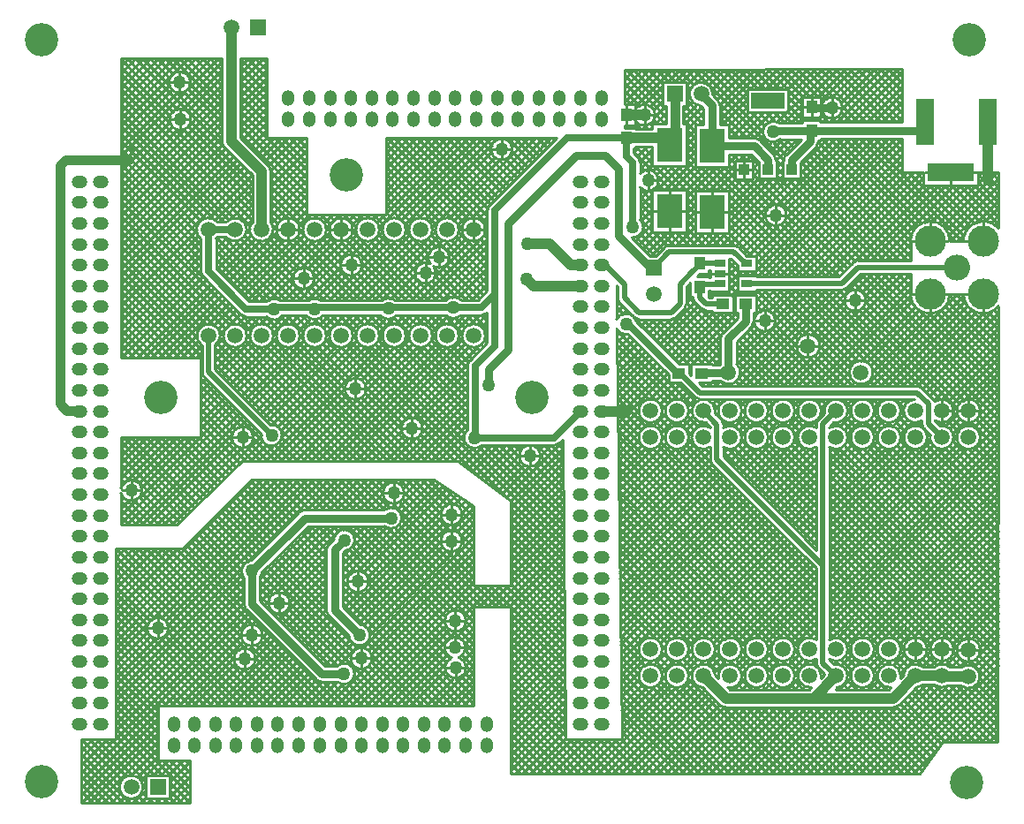
<source format=gtl>
G04*
G04 #@! TF.GenerationSoftware,Altium Limited,Altium Designer,19.1.6 (110)*
G04*
G04 Layer_Physical_Order=1*
G04 Layer_Color=255*
%FSLAX23Y23*%
%MOIN*%
G70*
G01*
G75*
%ADD31C,0.010*%
%ADD32R,0.049X0.039*%
%ADD33R,0.098X0.130*%
%ADD34R,0.039X0.028*%
%ADD35R,0.039X0.049*%
%ADD36R,0.126X0.059*%
%ADD37R,0.039X0.039*%
%ADD38C,0.020*%
%ADD39C,0.010*%
%ADD40C,0.028*%
%ADD41C,0.035*%
%ADD42C,0.031*%
%ADD43C,0.039*%
%ADD44C,0.024*%
%ADD45C,0.126*%
%ADD46C,0.059*%
%ADD47R,0.059X0.059*%
%ADD48R,0.059X0.059*%
%ADD49R,0.071X0.177*%
%ADD50R,0.177X0.071*%
%ADD51O,0.049X0.059*%
%ADD52O,0.059X0.049*%
%ADD53C,0.118*%
%ADD54O,0.100X0.098*%
%ADD55C,0.050*%
D31*
X3153Y2672D02*
G03*
X3153Y2672I-40J0D01*
G01*
X3054Y2524D02*
G03*
X3063Y2545I-22J22D01*
G01*
X3054Y2524D02*
G03*
X3063Y2545I-22J22D01*
G01*
X2915Y2614D02*
G03*
X2919Y2553I-23J-32D01*
G01*
X2842Y2550D02*
G03*
X2820Y2559I-22J-22D01*
G01*
X2842Y2550D02*
G03*
X2820Y2559I-22J-22D01*
G01*
X2940Y2496D02*
G03*
X2931Y2474I22J-22D01*
G01*
X2940Y2496D02*
G03*
X2931Y2474I22J-22D01*
G01*
X2902Y2476D02*
G03*
X2893Y2498I-31J0D01*
G01*
X2902Y2476D02*
G03*
X2893Y2498I-31J0D01*
G01*
X3741Y2218D02*
G03*
X3610Y2168I-57J-48D01*
G01*
X3558Y2170D02*
G03*
X3410Y2168I-74J0D01*
G01*
X3211Y2095D02*
G03*
X3193Y2087I0J-25D01*
G01*
X3211Y2095D02*
G03*
X3193Y2087I0J-25D01*
G01*
X3610Y1968D02*
G03*
X3741Y1923I74J2D01*
G01*
X3410Y1968D02*
G03*
X3558Y1968I74J2D01*
G01*
X3150Y1984D02*
G03*
X3167Y1992I0J25D01*
G01*
X3241Y1945D02*
G03*
X3241Y1945I-40J0D01*
G01*
X3150Y1984D02*
G03*
X3167Y1992I0J25D01*
G01*
X3268Y1673D02*
G03*
X3268Y1673I-44J0D01*
G01*
X2942Y2267D02*
G03*
X2942Y2267I-40J0D01*
G01*
X3068Y1773D02*
G03*
X3068Y1773I-44J0D01*
G01*
X2900Y1868D02*
G03*
X2900Y1868I-40J0D01*
G01*
X2809Y1844D02*
G03*
X2818Y1865I-22J22D01*
G01*
X2809Y1844D02*
G03*
X2818Y1865I-22J22D01*
G01*
X2664Y2724D02*
G03*
X2617Y2680I-44J0D01*
G01*
X2691Y2681D02*
G03*
X2682Y2702I-31J0D01*
G01*
X2664Y2720D02*
G03*
X2664Y2724I-44J5D01*
G01*
X2691Y2681D02*
G03*
X2682Y2702I-31J0D01*
G01*
X2446Y2645D02*
G03*
X2371Y2663I-40J0D01*
G01*
Y2626D02*
G03*
X2446Y2645I35J18D01*
G01*
X2460Y2398D02*
G03*
X2390Y2425I-40J0D01*
G01*
X2439Y2363D02*
G03*
X2460Y2398I-19J35D01*
G01*
X2390Y2465D02*
G03*
X2382Y2485I-29J0D01*
G01*
X2390Y2465D02*
G03*
X2382Y2485I-29J0D01*
G01*
X2390Y2371D02*
G03*
X2436Y2361I30J27D01*
G01*
X2760Y2145D02*
G03*
X2743Y2153I-17J-17D01*
G01*
X2760Y2145D02*
G03*
X2743Y2153I-17J-17D01*
G01*
X2768Y1673D02*
G03*
X2754Y1705I-44J0D01*
G01*
X2693Y1641D02*
G03*
X2768Y1673I31J32D01*
G01*
X2702Y1823D02*
G03*
X2693Y1801I22J-22D01*
G01*
X2620Y1915D02*
G03*
X2637Y1907I17J17D01*
G01*
X2620Y1915D02*
G03*
X2637Y1907I17J17D01*
G01*
X2702Y1823D02*
G03*
X2693Y1801I22J-22D01*
G01*
Y1705D02*
G03*
X2690Y1702I31J-32D01*
G01*
X2589Y1956D02*
G03*
X2596Y1938I25J0D01*
G01*
X2589Y1956D02*
G03*
X2596Y1938I25J0D01*
G01*
X2402Y2222D02*
G03*
X2390Y2250I-40J0D01*
G01*
X2359Y2182D02*
G03*
X2402Y2222I3J40D01*
G01*
X2499Y2153D02*
G03*
X2482Y2145I0J-25D01*
G01*
X2499Y2153D02*
G03*
X2482Y2145I0J-25D01*
G01*
X2557Y1914D02*
G03*
X2565Y1931I-17J17D01*
G01*
X2557Y1914D02*
G03*
X2565Y1931I-17J17D01*
G01*
X2507Y1873D02*
G03*
X2524Y1881I0J25D01*
G01*
X2507Y1873D02*
G03*
X2524Y1881I0J25D01*
G01*
X2369D02*
G03*
X2386Y1873I17J17D01*
G01*
X2369Y1881D02*
G03*
X2386Y1873I17J17D01*
G01*
X2375Y1866D02*
G03*
X2366Y1883I-38J-10D01*
G01*
X3673Y1528D02*
G03*
X3673Y1528I-44J0D01*
G01*
X3452Y1614D02*
G03*
X3435Y1622I-17J-17D01*
G01*
X3452Y1614D02*
G03*
X3435Y1622I-17J-17D01*
G01*
X3573Y1528D02*
G03*
X3501Y1563I-44J0D01*
G01*
X3425Y1572D02*
G03*
X3453Y1491I3J-44D01*
G01*
X3373Y1528D02*
G03*
X3373Y1528I-44J0D01*
G01*
X3501Y1563D02*
G03*
X3495Y1571I-23J-9D01*
G01*
X3503Y1492D02*
G03*
X3573Y1528I26J36D01*
G01*
X3501Y1563D02*
G03*
X3495Y1571I-23J-9D01*
G01*
X3673Y1428D02*
G03*
X3673Y1428I-44J0D01*
G01*
X3453Y1479D02*
G03*
X3461Y1461I25J0D01*
G01*
X3573Y1428D02*
G03*
X3520Y1471I-44J0D01*
G01*
X3485Y1437D02*
G03*
X3573Y1428I43J-9D01*
G01*
X3453Y1479D02*
G03*
X3461Y1461I25J0D01*
G01*
X3473Y1428D02*
G03*
X3473Y1428I-44J0D01*
G01*
X3373D02*
G03*
X3373Y1428I-44J0D01*
G01*
X3273Y1528D02*
G03*
X3273Y1528I-44J0D01*
G01*
X3173D02*
G03*
X3085Y1519I-44J0D01*
G01*
X3120Y1485D02*
G03*
X3173Y1528I9J43D01*
G01*
X3273Y1428D02*
G03*
X3273Y1428I-44J0D01*
G01*
X3173D02*
G03*
X3104Y1465I-44J0D01*
G01*
Y1391D02*
G03*
X3173Y1428I25J37D01*
G01*
X3673Y625D02*
G03*
X3673Y625I-44J0D01*
G01*
X3573Y628D02*
G03*
X3573Y628I-44J0D01*
G01*
X3473D02*
G03*
X3473Y628I-44J0D01*
G01*
X3672Y525D02*
G03*
X3602Y561I-44J0D01*
G01*
X3558D02*
G03*
X3501Y562I-29J-33D01*
G01*
X3599Y492D02*
G03*
X3672Y525I29J33D01*
G01*
X3501Y494D02*
G03*
X3555Y492I28J34D01*
G01*
X3456Y562D02*
G03*
X3384Y533I-28J-34D01*
G01*
X3372Y520D02*
G03*
X3373Y528I-44J8D01*
G01*
X3433Y484D02*
G03*
X3456Y494I-5J44D01*
G01*
X3373Y628D02*
G03*
X3373Y628I-44J0D01*
G01*
X3273D02*
G03*
X3273Y628I-44J0D01*
G01*
X3173D02*
G03*
X3104Y665I-44J0D01*
G01*
Y591D02*
G03*
X3173Y628I25J37D01*
G01*
X3273Y528D02*
G03*
X3273Y528I-44J0D01*
G01*
X3173D02*
G03*
X3120Y571I-44J0D01*
G01*
X3133Y484D02*
G03*
X3173Y528I-5J44D01*
G01*
X3373D02*
G03*
X3336Y484I-44J0D01*
G01*
X3344Y409D02*
G03*
X3368Y419I0J34D01*
G01*
X3344Y409D02*
G03*
X3368Y419I0J34D01*
G01*
X3062Y1496D02*
G03*
X3055Y1479I17J-17D01*
G01*
X3062Y1496D02*
G03*
X3055Y1479I17J-17D01*
G01*
X3073Y1528D02*
G03*
X3073Y1528I-44J0D01*
G01*
X2973D02*
G03*
X2973Y1528I-44J0D01*
G01*
X2873D02*
G03*
X2873Y1528I-44J0D01*
G01*
X3055Y1464D02*
G03*
X3055Y1392I-26J-36D01*
G01*
X2973Y1428D02*
G03*
X2973Y1428I-44J0D01*
G01*
X2873D02*
G03*
X2873Y1428I-44J0D01*
G01*
X2773Y1528D02*
G03*
X2773Y1528I-44J0D01*
G01*
X2704Y1477D02*
G03*
X2697Y1495I-25J0D01*
G01*
X2704Y1477D02*
G03*
X2697Y1495I-25J0D01*
G01*
X2672Y1519D02*
G03*
X2673Y1528I-43J9D01*
G01*
D02*
G03*
X2637Y1485I-44J0D01*
G01*
X2597Y1580D02*
G03*
X2614Y1572I17J17D01*
G01*
X2597Y1580D02*
G03*
X2614Y1572I17J17D01*
G01*
X2573Y1528D02*
G03*
X2573Y1528I-44J0D01*
G01*
X2473D02*
G03*
X2473Y1528I-44J0D01*
G01*
X2773Y1428D02*
G03*
X2704Y1465I-44J0D01*
G01*
Y1391D02*
G03*
X2773Y1428I25J37D01*
G01*
X2655Y1344D02*
G03*
X2662Y1327I25J0D01*
G01*
X2655Y1344D02*
G03*
X2662Y1327I25J0D01*
G01*
X2655Y1464D02*
G03*
X2655Y1392I-26J-36D01*
G01*
X2573Y1428D02*
G03*
X2573Y1428I-44J0D01*
G01*
X2473D02*
G03*
X2473Y1428I-44J0D01*
G01*
X3055Y577D02*
G03*
X3062Y560I25J0D01*
G01*
X3055Y577D02*
G03*
X3062Y560I25J0D01*
G01*
X3055Y664D02*
G03*
X3055Y592I-26J-36D01*
G01*
X2973Y628D02*
G03*
X2973Y628I-44J0D01*
G01*
X2873D02*
G03*
X2873Y628I-44J0D01*
G01*
X3085Y537D02*
G03*
X3084Y533I43J-9D01*
G01*
X3072Y520D02*
G03*
X3073Y528I-44J8D01*
G01*
D02*
G03*
X3036Y484I-44J0D01*
G01*
X2973Y528D02*
G03*
X2973Y528I-44J0D01*
G01*
X2873D02*
G03*
X2873Y528I-44J0D01*
G01*
X2773Y628D02*
G03*
X2773Y628I-44J0D01*
G01*
X2673D02*
G03*
X2673Y628I-44J0D01*
G01*
X2573D02*
G03*
X2573Y628I-44J0D01*
G01*
X2473D02*
G03*
X2473Y628I-44J0D01*
G01*
X2773Y528D02*
G03*
X2685Y520I-44J0D01*
G01*
X2721Y484D02*
G03*
X2773Y528I8J44D01*
G01*
X2673Y533D02*
G03*
X2624Y484I-44J-5D01*
G01*
X2573Y528D02*
G03*
X2573Y528I-44J0D01*
G01*
X2473D02*
G03*
X2473Y528I-44J0D01*
G01*
X2689Y419D02*
G03*
X2714Y409I24J24D01*
G01*
X2689Y419D02*
G03*
X2714Y409I24J24D01*
G01*
X1907Y2516D02*
G03*
X1907Y2516I-40J0D01*
G01*
X1822Y2306D02*
G03*
X1813Y2286I20J-20D01*
G01*
X1822Y2306D02*
G03*
X1813Y2286I20J-20D01*
G01*
X1806Y2212D02*
G03*
X1806Y2212I-44J0D01*
G01*
X1706D02*
G03*
X1706Y2212I-44J0D01*
G01*
X1670Y2108D02*
G03*
X1599Y2083I-40J0D01*
G01*
X1611Y2073D02*
G03*
X1670Y2108I19J35D01*
G01*
X1620Y2048D02*
G03*
X1611Y2073I-40J0D01*
G01*
X1506Y2212D02*
G03*
X1506Y2212I-44J0D01*
G01*
X1406D02*
G03*
X1406Y2212I-44J0D01*
G01*
X1606D02*
G03*
X1606Y2212I-44J0D01*
G01*
X1599Y2083D02*
G03*
X1620Y2048I-19J-35D01*
G01*
X1306Y2212D02*
G03*
X1306Y2212I-44J0D01*
G01*
X1340Y2078D02*
G03*
X1340Y2078I-40J0D01*
G01*
X2305Y1954D02*
G03*
X2313Y1937I25J0D01*
G01*
X2305Y1954D02*
G03*
X2313Y1937I25J0D01*
G01*
X2364Y1885D02*
G03*
X2301Y1874I-27J-29D01*
G01*
X1791Y1889D02*
G03*
X1811Y1898I0J29D01*
G01*
X1791Y1889D02*
G03*
X1811Y1898I0J29D01*
G01*
X2302Y1837D02*
G03*
X2344Y1817I35J19D01*
G01*
X1714Y1947D02*
G03*
X1658Y1947I-28J-29D01*
G01*
Y1889D02*
G03*
X1714Y1889I28J29D01*
G01*
X1806Y1812D02*
G03*
X1806Y1812I-44J0D01*
G01*
X1706D02*
G03*
X1706Y1812I-44J0D01*
G01*
X1747Y1719D02*
G03*
X1739Y1699I20J-20D01*
G01*
X1747Y1719D02*
G03*
X1739Y1699I20J-20D01*
G01*
X2065Y1398D02*
G03*
X2085Y1407I0J29D01*
G01*
X1739Y1457D02*
G03*
X1793Y1398I26J-30D01*
G01*
X2065D02*
G03*
X2085Y1407I0J29D01*
G01*
X1463Y1947D02*
G03*
X1417Y1947I-23J-33D01*
G01*
X1409Y1889D02*
G03*
X1471Y1889I31J25D01*
G01*
X1606Y1812D02*
G03*
X1606Y1812I-44J0D01*
G01*
X1506D02*
G03*
X1506Y1812I-44J0D01*
G01*
X1406D02*
G03*
X1406Y1812I-44J0D01*
G01*
X1306D02*
G03*
X1306Y1812I-44J0D01*
G01*
X1569Y1462D02*
G03*
X1569Y1462I-40J0D01*
G01*
X1356Y1611D02*
G03*
X1356Y1611I-40J0D01*
G01*
X996Y2432D02*
G03*
X986Y2456I-34J0D01*
G01*
X996Y2432D02*
G03*
X986Y2456I-34J0D01*
G01*
X813Y2546D02*
G03*
X823Y2522I34J0D01*
G01*
X813Y2546D02*
G03*
X823Y2522I34J0D01*
G01*
X1206Y2212D02*
G03*
X1206Y2212I-44J0D01*
G01*
X1106D02*
G03*
X1106Y2212I-44J0D01*
G01*
X906D02*
G03*
X827Y2241I-44J0D01*
G01*
X1006Y2212D02*
G03*
X996Y2240I-44J0D01*
G01*
X927D02*
G03*
X1006Y2212I34J-28D01*
G01*
X827Y2184D02*
G03*
X906Y2212I34J29D01*
G01*
X693Y2768D02*
G03*
X693Y2768I-40J0D01*
G01*
X695Y2628D02*
G03*
X695Y2628I-40J0D01*
G01*
X795Y2241D02*
G03*
X733Y2179I-34J-29D01*
G01*
X1160Y2028D02*
G03*
X1160Y2028I-40J0D01*
G01*
X1183Y1947D02*
G03*
X1141Y1947I-21J-34D01*
G01*
X1130Y1889D02*
G03*
X1194Y1889I32J24D01*
G01*
X1029Y1947D02*
G03*
X981Y1941I-20J-35D01*
G01*
Y1883D02*
G03*
X1042Y1889I28J29D01*
G01*
X883Y1892D02*
G03*
X903Y1883I20J20D01*
G01*
X883Y1892D02*
G03*
X903Y1883I20J20D01*
G01*
X1206Y1812D02*
G03*
X1206Y1812I-44J0D01*
G01*
X1106D02*
G03*
X1106Y1812I-44J0D01*
G01*
X1006D02*
G03*
X1006Y1812I-44J0D01*
G01*
X1039Y1436D02*
G03*
X995Y1475I-40J0D01*
G01*
X960Y1440D02*
G03*
X1039Y1436I39J-5D01*
G01*
X930Y1428D02*
G03*
X930Y1428I-40J0D01*
G01*
X790Y2179D02*
G03*
X795Y2184I-29J34D01*
G01*
X906Y1812D02*
G03*
X906Y1812I-44J0D01*
G01*
X806D02*
G03*
X737Y1776I-44J0D01*
G01*
X786D02*
G03*
X806Y1812I-25J37D01*
G01*
X733Y2054D02*
G03*
X741Y2034I29J0D01*
G01*
X733Y2054D02*
G03*
X741Y2034I29J0D01*
G01*
X737Y1674D02*
G03*
X744Y1657I25J0D01*
G01*
X737Y1674D02*
G03*
X744Y1657I25J0D01*
G01*
X2014Y1358D02*
G03*
X2014Y1358I-40J0D01*
G01*
X1500Y1218D02*
G03*
X1500Y1218I-40J0D01*
G01*
X1718Y1137D02*
G03*
X1718Y1137I-40J0D01*
G01*
Y1037D02*
G03*
X1718Y1037I-40J0D01*
G01*
X1491Y1123D02*
G03*
X1426Y1154I-40J0D01*
G01*
Y1093D02*
G03*
X1491Y1123I25J31D01*
G01*
X1733Y736D02*
G03*
X1733Y736I-40J0D01*
G01*
X1365Y884D02*
G03*
X1365Y884I-40J0D01*
G01*
X1706Y597D02*
G03*
X1732Y634I-15J37D01*
G01*
X1291Y679D02*
G03*
X1370Y682I40J4D01*
G01*
D02*
G03*
X1334Y722I-40J0D01*
G01*
X1732Y634D02*
G03*
X1679Y596I-40J0D01*
G01*
X1734Y559D02*
G03*
X1706Y597I-40J0D01*
G01*
X1679Y596D02*
G03*
X1734Y559I15J-37D01*
G01*
X1378Y594D02*
G03*
X1378Y594I-40J0D01*
G01*
X1313Y1040D02*
G03*
X1234Y1044I-40J0D01*
G01*
X1277Y1001D02*
G03*
X1313Y1040I-4J40D01*
G01*
X1215Y1025D02*
G03*
X1206Y1004I22J-22D01*
G01*
X1215Y1025D02*
G03*
X1206Y1004I22J-22D01*
G01*
X1124Y1154D02*
G03*
X1103Y1145I0J-31D01*
G01*
X1124Y1154D02*
G03*
X1103Y1145I0J-31D01*
G01*
X1068Y803D02*
G03*
X1068Y803I-40J0D01*
G01*
X956Y899D02*
G03*
X965Y921I-31J25D01*
G01*
X922Y964D02*
G03*
X895Y899I4J-40D01*
G01*
X510Y1228D02*
G03*
X431Y1236I-40J0D01*
G01*
X431Y1219D02*
G03*
X510Y1228I39J9D01*
G01*
X1206Y776D02*
G03*
X1215Y754I31J0D01*
G01*
X1206Y776D02*
G03*
X1215Y754I31J0D01*
G01*
X895Y800D02*
G03*
X904Y778I31J0D01*
G01*
X895Y800D02*
G03*
X904Y778I31J0D01*
G01*
X965Y681D02*
G03*
X965Y681I-40J0D01*
G01*
X1313Y536D02*
G03*
X1248Y567I-40J0D01*
G01*
Y505D02*
G03*
X1313Y536I25J31D01*
G01*
X1167Y514D02*
G03*
X1189Y505I22J22D01*
G01*
X1167Y514D02*
G03*
X1189Y505I22J22D01*
G01*
X938Y592D02*
G03*
X938Y592I-40J0D01*
G01*
X610Y708D02*
G03*
X610Y708I-40J0D01*
G01*
X514Y108D02*
G03*
X514Y108I-44J0D01*
G01*
X3296Y2818D02*
X3378Y2735D01*
X3268Y2818D02*
X3378Y2707D01*
X3352Y2818D02*
X3378Y2792D01*
X3324Y2818D02*
X3378Y2764D01*
Y2818D02*
X3378Y2618D01*
X3211Y2817D02*
X3378Y2651D01*
X3240Y2818D02*
X3378Y2679D01*
X3148Y2692D02*
X3274Y2818D01*
X3134Y2706D02*
X3246Y2818D01*
X3112Y2712D02*
X3218Y2817D01*
X3159Y2618D02*
X3360Y2818D01*
X3131Y2618D02*
X3331Y2818D01*
X3153Y2668D02*
X3303Y2818D01*
X3183Y2817D02*
X3378Y2622D01*
X3216Y2618D02*
X3378Y2780D01*
X3244Y2618D02*
X3378Y2752D01*
X3272Y2618D02*
X3378Y2724D01*
X3155Y2817D02*
X3355Y2618D01*
X3187D02*
X3378Y2808D01*
X3153Y2678D02*
X3213Y2618D01*
X3071Y2699D02*
X3189Y2817D01*
X3057Y2713D02*
X3161Y2817D01*
X3136Y2639D02*
X3157Y2618D01*
X3127Y2817D02*
X3326Y2618D01*
X3042Y2817D02*
X3242Y2618D01*
X3149Y2654D02*
X3185Y2618D01*
X3071Y2703D02*
X3080Y2694D01*
X3071Y2634D02*
Y2713D01*
X3028D02*
X3132Y2817D01*
X3014Y2817D02*
X3119Y2712D01*
X3002Y2713D02*
X3071D01*
X2986Y2817D02*
X3095Y2707D01*
X3002Y2634D02*
Y2713D01*
X3071Y2643D02*
X3080Y2651D01*
X3063Y2634D02*
X3071Y2643D01*
X3114Y2632D02*
X3128Y2618D01*
X3063Y2626D02*
X3071Y2618D01*
X3002Y2634D02*
X3071D01*
X3002Y2626D02*
X3071D01*
X3027D02*
X3034Y2634D01*
X3055Y2626D02*
X3063Y2634D01*
X3055D02*
X3063Y2626D01*
X3027Y2634D02*
X3035Y2626D01*
X3161Y2556D02*
X3474Y2243D01*
X3189Y2556D02*
X3505Y2241D01*
X3300Y2618D02*
X3378Y2695D01*
X3359Y2556D02*
X3378Y2537D01*
X3218Y2556D02*
X3606Y2168D01*
X3246Y2556D02*
X3613Y2190D01*
X3133Y2556D02*
X3452Y2237D01*
X3076Y2556D02*
X3422Y2211D01*
X3105Y2556D02*
X3435Y2226D01*
X3063Y2542D02*
X3413Y2191D01*
X3039Y2509D02*
X3410Y2138D01*
X3025Y2495D02*
X3410Y2110D01*
X3053Y2523D02*
X3410Y2166D01*
X3680Y2429D02*
X3740Y2429D01*
X3713D02*
X3740Y2402D01*
X3666Y2429D02*
X3680D01*
X3666Y2389D02*
X3706Y2429D01*
X3740Y2429D02*
X3741Y2218D01*
X3685Y2429D02*
X3740Y2373D01*
X3666Y2379D02*
Y2429D01*
Y2417D02*
X3678Y2429D01*
X3532Y2227D02*
X3734Y2429D01*
X3011Y2480D02*
X3397Y2095D01*
X3329Y2618D02*
X3378Y2667D01*
X3357Y2618D02*
X3378Y2639D01*
X3074Y2618D02*
X3094Y2637D01*
X3103Y2618D02*
X3117Y2632D01*
X3331Y2556D02*
X3378Y2509D01*
Y2429D02*
Y2556D01*
X3099Y2817D02*
X3298Y2618D01*
X3071Y2647D02*
X3100Y2618D01*
X3071D02*
X3378D01*
X3071D02*
Y2626D01*
X3070Y2817D02*
X3270Y2618D01*
X2986Y2614D02*
X3006Y2634D01*
X3002Y2614D02*
Y2626D01*
X3071Y2548D02*
Y2556D01*
X3378D01*
X3063Y2548D02*
X3071D01*
X3303Y2556D02*
X3378Y2481D01*
X3274Y2556D02*
X3378Y2453D01*
X2996Y2454D02*
X3098Y2556D01*
X2996Y2426D02*
X3126Y2556D01*
X2996Y2466D02*
X3054Y2524D01*
X2997Y2466D02*
X3368Y2095D01*
X2996Y2439D02*
X3340Y2095D01*
X2996Y2404D02*
Y2466D01*
X2949Y2719D02*
X3047Y2817D01*
X2958Y2817D02*
X3061Y2713D01*
X2949Y2719D02*
X3047Y2817D01*
X2944Y2742D02*
X3019Y2817D01*
X2949Y2662D02*
X3104Y2817D01*
X2949Y2691D02*
X3076Y2817D01*
X2949Y2654D02*
Y2742D01*
X2330Y2815D02*
X3378Y2818D01*
X2916Y2742D02*
X2991Y2817D01*
X2888Y2742D02*
X2962Y2817D01*
X2929Y2817D02*
X3033Y2713D01*
X2901Y2816D02*
X3005Y2713D01*
X2873Y2816D02*
X2947Y2742D01*
X2949Y2740D02*
X3002Y2687D01*
X2949Y2683D02*
X3006Y2626D01*
X2949Y2712D02*
X3002Y2659D01*
X2941Y2654D02*
X2949Y2662D01*
X2929Y2614D02*
X3002Y2687D01*
X2958Y2614D02*
X3002Y2658D01*
X2949Y2655D02*
X2990Y2614D01*
X2794Y2742D02*
X2949D01*
X2794Y2654D02*
X2949D01*
X2906Y2619D02*
X2941Y2654D01*
X2915Y2614D02*
X3002D01*
X2919Y2553D02*
X2997D01*
X2923Y2654D02*
X2962Y2614D01*
X2860Y2742D02*
X2934Y2817D01*
X2845Y2816D02*
X2919Y2742D01*
X2831D02*
X2905Y2816D01*
X2803Y2742D02*
X2877Y2816D01*
X2817Y2816D02*
X2890Y2742D01*
X2866Y2654D02*
X2899Y2621D01*
X2789Y2559D02*
X2884Y2654D01*
X2788Y2816D02*
X2862Y2742D01*
X2760Y2816D02*
X2834Y2742D01*
X2690Y2686D02*
X2820Y2816D01*
X2691Y2658D02*
X2849Y2816D01*
X2619Y2815D02*
X2852Y2583D01*
X2689Y2689D02*
X2820Y2559D01*
X2878Y2619D02*
X2912Y2654D01*
X2894D02*
X2934Y2614D01*
X2838Y2654D02*
X2874Y2617D01*
X2839Y2552D02*
X2855Y2568D01*
X2809Y2654D02*
X2859Y2604D01*
X2789Y2559D02*
X2884Y2654D01*
X2817Y2559D02*
X2855Y2596D01*
X2732Y2559D02*
X2828Y2654D01*
X2761Y2559D02*
X2856Y2654D01*
X2726Y2559D02*
X2820D01*
X2905Y2307D02*
X3155Y2556D01*
X2902Y2474D02*
X2981Y2553D01*
X2895Y2495D02*
X2953Y2553D01*
X2938D02*
X2968Y2524D01*
X2938Y2284D02*
X3211Y2556D01*
X2941Y2258D02*
X3239Y2556D01*
X2926Y2299D02*
X3183Y2556D01*
X2824Y2112D02*
X3268Y2556D01*
X2827Y2087D02*
X3296Y2556D01*
X2655Y2752D02*
X2931Y2475D01*
X2830Y2034D02*
X3353Y2556D01*
X2858Y2034D02*
X3378Y2554D01*
X2827Y2059D02*
X3324Y2556D01*
X2967Y2553D02*
X2982Y2538D01*
X2940Y2496D02*
X2997Y2553D01*
X2943Y2034D02*
X3378Y2469D01*
X2971Y2034D02*
X3378Y2441D01*
X2927Y2472D02*
X2931D01*
X2914Y2549D02*
X2954Y2509D01*
X2893Y2542D02*
X2939Y2495D01*
X2906Y2472D02*
X2927Y2451D01*
X2886Y2034D02*
X3378Y2526D01*
X2915Y2034D02*
X3378Y2497D01*
X2647Y2448D02*
X3062Y2034D01*
X2882Y2510D02*
X2925Y2553D01*
X2853Y2538D02*
X2866Y2551D01*
X2867Y2524D02*
X2886Y2542D01*
X2902Y2476D02*
X2906Y2472D01*
X2902D02*
Y2476D01*
X2842Y2550D02*
X2893Y2498D01*
X2816Y2473D02*
X2824Y2481D01*
X2788Y2473D02*
X2810Y2495D01*
X2796Y2497D02*
X2837Y2456D01*
X2807Y2497D02*
X2837Y2468D01*
X2816Y2403D02*
Y2473D01*
X2906Y2444D02*
X2927Y2423D01*
X2906Y2421D02*
X2927Y2442D01*
X2902Y2472D02*
X2906D01*
Y2449D02*
X2927Y2470D01*
X2906Y2404D02*
Y2472D01*
X2927Y2404D02*
Y2472D01*
X2837Y2404D02*
Y2468D01*
X2747Y2473D02*
X2816D01*
Y2444D02*
X2837Y2465D01*
X2675Y2448D02*
X2863Y2261D01*
X2816Y2416D02*
X2837Y2437D01*
X2816Y2449D02*
X2837Y2428D01*
X3650Y2379D02*
X3741Y2288D01*
X3622Y2379D02*
X3741Y2260D01*
X3666Y2420D02*
X3740Y2345D01*
X3666Y2391D02*
X3740Y2317D01*
X3545Y2212D02*
X3740Y2407D01*
X3594Y2379D02*
X3741Y2232D01*
X3565Y2379D02*
X3702Y2242D01*
X3459Y2379D02*
X3666D01*
X3537D02*
X3673Y2243D01*
X3492Y2244D02*
X3627Y2379D01*
X3402Y2429D02*
X3621Y2209D01*
X3480Y2379D02*
X3634Y2225D01*
X3461Y2240D02*
X3599Y2379D01*
X3713Y2238D02*
X3741Y2266D01*
X3731Y2227D02*
X3741Y2237D01*
X3657Y2239D02*
X3740Y2322D01*
X3690Y2244D02*
X3741Y2294D01*
X3514Y2237D02*
X3656Y2379D01*
X3554Y2193D02*
X3740Y2378D01*
X3509Y2379D02*
X3651Y2236D01*
X3558Y2168D02*
X3740Y2350D01*
X3586Y2168D02*
X3615Y2197D01*
X3558Y2168D02*
X3610D01*
X3459Y2379D02*
Y2429D01*
X3378Y2429D02*
X3459Y2429D01*
X3430D02*
X3459Y2400D01*
X3555Y2191D02*
X3578Y2168D01*
X3315Y2095D02*
X3414Y2193D01*
X3258Y2095D02*
X3542Y2379D01*
X3287Y2095D02*
X3571Y2379D01*
X3230Y2095D02*
X3514Y2379D01*
X3084Y2034D02*
X3459Y2408D01*
X3199Y2092D02*
X3486Y2379D01*
X3113Y2034D02*
X3459Y2380D01*
X3410Y2095D02*
Y2168D01*
X3400Y2095D02*
X3410Y2105D01*
X3389Y2045D02*
X3410Y2025D01*
X3361Y2045D02*
X3410Y1997D01*
X3372Y2095D02*
X3410Y2133D01*
X3343Y2095D02*
X3410Y2161D01*
X3211Y2095D02*
X3410D01*
X3221Y2045D02*
X3410D01*
X3139Y2034D02*
X3193Y2087D01*
X3558Y1968D02*
X3610Y1968D01*
X3580Y1968D02*
X3741Y1807D01*
X3558Y1962D02*
X3741Y1779D01*
X3552Y1940D02*
X3741Y1750D01*
X3546Y1930D02*
X3584Y1968D01*
X3295Y1622D02*
X3615Y1942D01*
X3725Y1908D02*
X3741Y1892D01*
X3705Y1899D02*
X3741Y1863D01*
X3541Y1922D02*
X3741Y1722D01*
X3680Y1896D02*
X3741Y1835D01*
X3526Y1909D02*
X3741Y1694D01*
X3507Y1900D02*
X3741Y1666D01*
X3482Y1896D02*
X3741Y1637D01*
X3244Y1712D02*
X3441Y1910D01*
X3259Y1699D02*
X3460Y1900D01*
X3220Y1717D02*
X3427Y1923D01*
X3323Y1622D02*
X3626Y1924D01*
X3351Y1622D02*
X3640Y1911D01*
X3267Y1679D02*
X3484Y1896D01*
X3333Y2045D02*
X3410Y1968D01*
Y1968D02*
Y2045D01*
X3205Y1985D02*
X3266Y2045D01*
X3225Y1977D02*
X3294Y2045D01*
X3239Y1934D02*
X3351Y2045D01*
X3305D02*
X3427Y1923D01*
X3238Y1961D02*
X3322Y2045D01*
X3167Y1992D02*
X3221Y2045D01*
X3178Y2002D02*
X3196Y1985D01*
X3163Y1989D02*
X3176Y1976D01*
X3139Y1984D02*
X3164Y1960D01*
X3153Y1622D02*
X3184Y1653D01*
X3065Y1788D02*
X3185Y1908D01*
X3066Y1761D02*
X3212Y1907D01*
X3111Y1984D02*
X3163Y1932D01*
X3097Y1622D02*
X3416Y1941D01*
X3062Y1751D02*
X3191Y1622D01*
X3068Y1773D02*
X3181Y1660D01*
X2996Y2411D02*
X3312Y2095D01*
X2975Y2404D02*
X3284Y2095D01*
X2906Y2416D02*
X3227Y2095D01*
X2946Y2404D02*
X3255Y2095D01*
X3028Y2034D02*
X3423Y2429D01*
X3056Y2034D02*
X3451Y2429D01*
X2999Y2034D02*
X3395Y2429D01*
X2694Y2153D02*
X2945Y2404D01*
X2722Y2153D02*
X2973Y2404D01*
X2726Y2212D02*
X2927Y2414D01*
X2862Y2404D02*
X3185Y2080D01*
X2890Y2404D02*
X3201Y2093D01*
X2816Y2421D02*
X3171Y2066D01*
X2927Y2404D02*
X2996D01*
X2942Y2267D02*
X3157Y2051D01*
X2935Y2245D02*
X3143Y2037D01*
X2920Y2232D02*
X3118Y2034D01*
X2896Y2228D02*
X3090Y2034D01*
X2726Y2313D02*
X3005Y2034D01*
X2726Y2285D02*
X2977Y2034D01*
X2726Y2228D02*
X2920Y2034D01*
X2726Y2341D02*
X3033Y2034D01*
X2827D02*
X3139D01*
X2726Y2257D02*
X2949Y2034D01*
X2837Y2404D02*
X2906D01*
X2777Y2403D02*
X2880Y2300D01*
X2805Y2403D02*
X2902Y2307D01*
X2766Y2139D02*
X2870Y2243D01*
X2726Y2297D02*
X2837Y2409D01*
X2749Y2403D02*
X2867Y2285D01*
X2747Y2403D02*
X2816D01*
X2726Y2241D02*
X2889Y2404D01*
X2750Y2151D02*
X2862Y2264D01*
X2726Y2269D02*
X2860Y2404D01*
X2827Y2099D02*
X2892Y2034D01*
X2823Y2055D02*
X2827Y2059D01*
Y2055D02*
Y2112D01*
X2805Y2038D02*
X2823Y2055D01*
X2827Y2070D02*
X2864Y2034D01*
X2814Y2055D02*
X2836Y2034D01*
X2827D02*
Y2038D01*
X2780Y2125D02*
X2885Y2231D01*
X2795Y2112D02*
X2911Y2228D01*
X2793Y2112D02*
X2827D01*
X2758Y2055D02*
X2827D01*
X2758Y2038D02*
X2827D01*
X2726Y2200D02*
X2813Y2112D01*
X3006Y1814D02*
X3237Y2045D01*
X2856Y1984D02*
X3023Y1817D01*
X2872Y1906D02*
X2950Y1984D01*
X2889Y1895D02*
X2979Y1984D01*
X2913D02*
X3193Y1705D01*
X2941Y1984D02*
X3210Y1715D01*
X2885Y1984D02*
X3182Y1688D01*
X2755Y1704D02*
X3035Y1984D01*
X2827D02*
X3150D01*
X2828D02*
X3001Y1811D01*
X2765Y1658D02*
X3092Y1984D01*
X2757Y1622D02*
X3120Y1984D01*
X2765Y1687D02*
X3063Y1984D01*
X3036Y1816D02*
X3161Y1941D01*
X3054Y1805D02*
X3169Y1921D01*
X2899Y1877D02*
X3007Y1984D01*
X2890Y1894D02*
X2986Y1798D01*
X2840Y1903D02*
X2922Y1984D01*
X2970D02*
X3240Y1714D01*
X2899Y1857D02*
X2979Y1777D01*
X2776Y1811D02*
X2965Y1622D01*
X2827Y1946D02*
X2865Y1984D01*
X2827Y1917D02*
X2894Y1984D01*
X2827Y1980D02*
Y1984D01*
X2827Y1929D02*
X2849Y1907D01*
X2827Y1901D02*
X2832Y1896D01*
X2827Y1898D02*
Y1966D01*
X2819D02*
X2837Y1984D01*
X2758Y1980D02*
X2827D01*
X2804D02*
X2818Y1966D01*
X2827Y1958D02*
X2886Y1898D01*
X2748Y1966D02*
X2827D01*
X2818Y1898D02*
X2827D01*
X2818Y1880D02*
X2825Y1888D01*
X2818Y1882D02*
X2821Y1878D01*
X2818Y1865D02*
Y1898D01*
X2754Y1760D02*
X2833Y1839D01*
X2754Y1731D02*
X2851Y1829D01*
X2754Y1788D02*
X2822Y1856D01*
X2732Y2816D02*
X2806Y2742D01*
X2704Y2816D02*
X2794Y2726D01*
X2666Y2718D02*
X2764Y2816D01*
X2661Y2741D02*
X2735Y2816D01*
X2676Y2816D02*
X2794Y2698D01*
Y2654D02*
Y2742D01*
X2680Y2704D02*
X2792Y2816D01*
X2630Y2767D02*
X2678Y2816D01*
X2596Y2761D02*
X2650Y2816D01*
X2591Y2815D02*
X2648Y2759D01*
X2649Y2758D02*
X2707Y2816D01*
X2648Y2816D02*
X2794Y2669D01*
X2691Y2630D02*
X2794Y2733D01*
X2697Y2608D02*
X2794Y2705D01*
X2725Y2608D02*
X2794Y2676D01*
X2691Y2608D02*
X2726D01*
Y2580D02*
X2799Y2654D01*
X2691Y2631D02*
X2714Y2608D01*
X2691D02*
Y2681D01*
X2664Y2720D02*
X2682Y2702D01*
X2629Y2608D02*
Y2668D01*
X2598Y2608D02*
X2629D01*
X2564Y2758D02*
X2622Y2815D01*
X2564Y2730D02*
X2583Y2748D01*
X2564Y2757D02*
X2579Y2742D01*
X2564Y2729D02*
X2576Y2717D01*
X2564Y2702D02*
X2577Y2714D01*
X2564Y2701D02*
X2629Y2636D01*
X2564Y2680D02*
Y2769D01*
X2546D02*
X2593Y2815D01*
X2518Y2769D02*
X2565Y2815D01*
X2507Y2815D02*
X2553Y2769D01*
X2563Y2815D02*
X2611Y2768D01*
X2535Y2815D02*
X2592Y2758D01*
X2552Y2661D02*
X2586Y2695D01*
X2613Y2681D02*
X2629Y2664D01*
X2617Y2680D02*
X2629Y2668D01*
X2558Y2611D02*
X2622Y2675D01*
X2612Y2608D02*
X2629Y2625D01*
X2557Y2680D02*
X2629Y2608D01*
X2564Y2588D02*
X2629Y2654D01*
X2564Y2560D02*
X2598Y2593D01*
X2552Y2633D02*
X2603Y2683D01*
X2552Y2680D02*
X2564D01*
X2552Y2611D02*
X2564D01*
X2552Y2656D02*
X2601Y2608D01*
X2552Y2628D02*
X2598Y2583D01*
X2552Y2611D02*
Y2680D01*
X2760Y2473D02*
X2784Y2497D01*
X2768D02*
X2792Y2473D01*
X2726Y2559D02*
Y2608D01*
Y2568D02*
X2735Y2559D01*
X2739Y2497D02*
X2764Y2473D01*
X2747Y2403D02*
Y2473D01*
X2691Y2659D02*
X2791Y2559D01*
X2726Y2497D02*
X2807D01*
X2726Y2596D02*
X2763Y2559D01*
X2726Y2467D02*
X2756Y2497D01*
X2726Y2483D02*
X2747Y2462D01*
X2726Y2448D02*
Y2497D01*
Y2455D02*
X2747Y2433D01*
X2704Y2448D02*
X2747Y2405D01*
X2726Y2354D02*
X2775Y2403D01*
X2726Y2326D02*
X2804Y2403D01*
X2726Y2200D02*
Y2360D01*
X2675D02*
X2747Y2432D01*
X2703Y2360D02*
X2747Y2403D01*
X2598Y2448D02*
X2726D01*
X2647Y2360D02*
X2747Y2460D01*
X2597Y2360D02*
X2726D01*
X2619Y2448D02*
X2707Y2360D01*
X2564Y2560D02*
X2598Y2526D01*
X2564Y2503D02*
X2598Y2537D01*
X2564Y2588D02*
X2598Y2554D01*
X2564Y2532D02*
X2598Y2565D01*
Y2448D02*
Y2608D01*
X2564Y2531D02*
X2598Y2498D01*
X2564Y2451D02*
Y2611D01*
Y2503D02*
X2598Y2470D01*
X2508Y2363D02*
X2598Y2452D01*
X2564Y2475D02*
X2598Y2509D01*
X2564Y2475D02*
X2679Y2360D01*
X2559Y2451D02*
X2651Y2360D01*
X2503Y2451D02*
X2597Y2357D01*
X2564Y2334D02*
X2679Y2448D01*
X2619Y2360D02*
X2707Y2448D01*
X2564Y2362D02*
X2650Y2448D01*
X2564Y2334D02*
X2679Y2448D01*
X2597Y2200D02*
Y2360D01*
X2564Y2203D02*
Y2363D01*
X2531Y2451D02*
X2622Y2360D01*
X2537Y2363D02*
X2622Y2448D01*
X2564Y2362D02*
X2597Y2328D01*
X2564Y2333D02*
X2597Y2300D01*
X2564Y2277D02*
X2597Y2310D01*
X2564Y2305D02*
X2597Y2339D01*
X2490Y2769D02*
X2537Y2815D01*
X2476Y2769D02*
X2564D01*
X2478Y2815D02*
X2525Y2769D01*
X2450Y2815D02*
X2497Y2769D01*
X2394Y2815D02*
X2476Y2733D01*
Y2680D02*
Y2769D01*
X2422Y2815D02*
X2476Y2761D01*
X2349Y2684D02*
X2480Y2815D01*
X2366Y2815D02*
X2476Y2705D01*
X2330Y2694D02*
X2451Y2815D01*
X2371Y2678D02*
X2508Y2815D01*
X2337Y2815D02*
X2488Y2664D01*
X2330Y2794D02*
X2488Y2636D01*
Y2611D02*
Y2680D01*
X2476D02*
X2488D01*
X2442Y2664D02*
X2476Y2698D01*
X2446Y2640D02*
X2486Y2680D01*
X2445Y2611D02*
X2488Y2653D01*
X2473Y2611D02*
X2488Y2625D01*
X2446Y2649D02*
X2485Y2611D01*
X2406Y2685D02*
X2476Y2754D01*
X2428Y2678D02*
X2476Y2726D01*
X2442Y2626D02*
X2456Y2611D01*
X2436D02*
X2488D01*
X2330Y2722D02*
X2423Y2815D01*
X2371Y2663D02*
Y2684D01*
X2330Y2778D02*
X2366Y2815D01*
X2330Y2807D02*
X2338Y2815D01*
X2330Y2750D02*
X2395Y2815D01*
X2330Y2765D02*
X2411Y2684D01*
X2330Y2684D02*
Y2815D01*
Y2737D02*
X2387Y2680D01*
X2330Y2684D02*
X2371D01*
X2330Y2709D02*
X2355Y2684D01*
X2428Y2611D02*
X2436Y2603D01*
X2371Y2605D02*
Y2626D01*
X2371Y2593D02*
X2387Y2610D01*
X2406Y2605D02*
X2418Y2592D01*
X2371D02*
X2436D01*
X2399D02*
X2411Y2605D01*
X2347Y2597D02*
X2355Y2605D01*
X2330D02*
X2371D01*
X2349D02*
X2357Y2597D01*
X2330D02*
X2371D01*
X2330D02*
Y2605D01*
X2430Y2524D02*
X2436Y2518D01*
Y2451D02*
Y2524D01*
Y2592D02*
Y2611D01*
X2427Y2592D02*
X2436Y2602D01*
X2480Y2363D02*
X2598Y2480D01*
X2446Y2451D02*
X2535Y2363D01*
X2453Y2421D02*
X2484Y2451D01*
X2402Y2524D02*
X2436Y2490D01*
X2390Y2471D02*
X2436Y2517D01*
X2371Y2524D02*
X2436D01*
X2390Y2443D02*
X2436Y2488D01*
X2413Y2437D02*
X2436Y2460D01*
X2374Y2524D02*
X2436Y2461D01*
X2460Y2399D02*
X2512Y2451D01*
X2474D02*
X2563Y2363D01*
X2458Y2412D02*
X2506Y2363D01*
X2445Y2367D02*
X2450Y2363D01*
X2452D02*
X2540Y2451D01*
X2457Y2384D02*
X2478Y2363D01*
X2436Y2451D02*
X2564D01*
X2438Y2434D02*
X2455Y2451D01*
X2439Y2363D02*
X2564D01*
X2379Y2488D02*
X2415Y2524D01*
X2371Y2611D02*
X2390Y2592D01*
X2371Y2519D02*
Y2524D01*
X2390Y2450D02*
X2406Y2435D01*
X2390Y2425D02*
Y2465D01*
X2365Y2502D02*
X2386Y2524D01*
X2365Y2519D02*
X2371D01*
Y2592D02*
Y2597D01*
X2365Y2504D02*
X2434Y2436D01*
X2365Y2502D02*
X2382Y2485D01*
X2365Y2502D02*
Y2519D01*
X2426Y2358D02*
X2436Y2348D01*
X2390Y2366D02*
X2436Y2320D01*
Y2203D02*
Y2361D01*
X2390Y2250D02*
Y2371D01*
Y2330D02*
X2419Y2358D01*
X2390Y2358D02*
X2397Y2365D01*
X2390Y2337D02*
X2436Y2292D01*
X2390Y2273D02*
X2436Y2319D01*
X2390Y2301D02*
X2436Y2347D01*
X2760Y2145D02*
X2793Y2112D01*
X2732Y2103D02*
X2758Y2078D01*
X2725Y2070D02*
X2745Y2090D01*
X2758Y2055D02*
Y2078D01*
X2725Y2018D02*
Y2075D01*
X2697Y2200D02*
X2745Y2152D01*
X2725Y2103D02*
X2732D01*
X2725Y2098D02*
X2730Y2103D01*
X2725Y2088D02*
X2775Y2038D01*
X2725Y2075D02*
Y2103D01*
X2777Y2038D02*
X2795Y2055D01*
X2786D02*
X2803Y2038D01*
X2725Y2042D02*
X2758Y2075D01*
X2725Y2059D02*
X2758Y2026D01*
Y1980D02*
Y2038D01*
X2776Y1980D02*
X2790Y1966D01*
X2725Y2031D02*
X2758Y1998D01*
X2725Y2013D02*
X2767Y2055D01*
X2725Y1985D02*
X2758Y2019D01*
X2725Y1980D02*
Y2018D01*
X2720Y1980D02*
X2725Y1985D01*
X2719Y1980D02*
X2733Y1966D01*
X2656Y1980D02*
X2725D01*
X2666Y2153D02*
X2713Y2200D01*
X2669D02*
X2717Y2153D01*
X2648Y2059D02*
X2656D01*
Y2032D02*
Y2059D01*
X2648Y2051D02*
X2656Y2044D01*
X2648Y2050D02*
X2656Y2057D01*
X2612Y2200D02*
X2660Y2153D01*
X2609D02*
X2657Y2200D01*
X2638Y2153D02*
X2685Y2200D01*
X2641D02*
X2688Y2153D01*
X2648Y2044D02*
Y2059D01*
X2642Y2044D02*
X2648Y2050D01*
Y2032D02*
Y2036D01*
Y1982D02*
X2656D01*
X2706Y1966D02*
X2720Y1980D01*
X2648Y2032D02*
X2656D01*
X2635Y2036D02*
X2642Y2044D01*
X2614D02*
X2648D01*
X2627D02*
X2635Y2036D01*
X2606D02*
X2614Y2044D01*
X2606Y2036D02*
X2648D01*
X2606D02*
X2614Y2044D01*
X2763Y1966D02*
X2777Y1980D01*
X2791Y1966D02*
X2805Y1980D01*
X2740Y1960D02*
X2748Y1952D01*
X2740Y1931D02*
X2748Y1923D01*
Y1898D02*
Y1966D01*
X2740Y1915D02*
X2748Y1923D01*
X2740Y1898D02*
Y1966D01*
X2725Y2003D02*
X2761Y1966D01*
X2734D02*
X2758Y1990D01*
X2661Y1966D02*
X2740D01*
X2733D02*
X2740Y1960D01*
Y1944D02*
X2748Y1952D01*
X2651Y1907D02*
X2718Y1840D01*
X2757Y1878D02*
Y1898D01*
X2754Y1789D02*
X2809Y1844D01*
X2740Y1903D02*
X2757Y1886D01*
X2748Y1898D02*
X2757D01*
X2750Y1638D02*
X2767Y1622D01*
X2754Y1705D02*
Y1789D01*
X2661Y1898D02*
X2740D01*
X2717D02*
X2747Y1868D01*
X2689Y1898D02*
X2733Y1854D01*
X2702Y1823D02*
X2757Y1878D01*
X2701Y1622D02*
X2710Y1631D01*
X2678Y1966D02*
X2692Y1980D01*
X2691D02*
X2705Y1966D01*
X2648Y1965D02*
X2663Y1980D01*
X2662D02*
X2676Y1966D01*
X2661Y1898D02*
Y1907D01*
Y1957D02*
Y1966D01*
X2648Y1967D02*
X2658Y1957D01*
X2647D02*
X2661D01*
X2648Y1958D02*
Y1982D01*
X2637Y1907D02*
X2661D01*
X2693Y1705D02*
Y1801D01*
X2668Y1702D02*
X2693Y1727D01*
X2662Y1702D02*
X2690D01*
X2662Y1641D02*
X2693D01*
X2662D02*
X2682Y1622D01*
X2614Y1704D02*
X2693Y1784D01*
X2642Y1704D02*
X2693Y1755D01*
X2658Y1636D02*
X2662Y1640D01*
Y1636D02*
Y1641D01*
X2610Y1636D02*
X2662D01*
X2620Y1626D02*
X2630Y1636D01*
X2564Y2277D02*
X2597Y2243D01*
X2564Y2221D02*
X2597Y2254D01*
X2564Y2305D02*
X2597Y2272D01*
X2564Y2249D02*
X2597Y2282D01*
X2564Y2220D02*
X2632Y2153D01*
X2553Y2203D02*
X2603Y2153D01*
X2564Y2248D02*
X2597Y2215D01*
X2524Y2153D02*
X2597Y2226D01*
X2436Y2203D02*
X2564D01*
X2496D02*
X2547Y2153D01*
X2525Y2203D02*
X2575Y2153D01*
X2496Y2152D02*
X2547Y2203D01*
X2581Y2153D02*
X2629Y2200D01*
X2597D02*
X2726D01*
X2565Y1997D02*
X2579Y2011D01*
Y1958D02*
X2589D01*
X2579D02*
Y2011D01*
X2553Y2153D02*
X2600Y2200D01*
X2499Y2153D02*
X2743D01*
X2565Y1995D02*
X2579Y2009D01*
X2565Y1966D02*
X2579Y1981D01*
X2565Y1938D02*
X2584Y1958D01*
X2565Y1993D02*
X2579Y1979D01*
X2393Y2247D02*
X2436Y2290D01*
X2390Y2281D02*
X2436Y2235D01*
X2401Y2227D02*
X2436Y2262D01*
X2401Y2214D02*
X2475Y2139D01*
X2436Y2207D02*
X2440Y2203D01*
X2390Y2309D02*
X2436Y2264D01*
X2390Y2252D02*
X2436Y2207D01*
X2372Y2169D02*
X2436Y2234D01*
X2386Y2155D02*
X2436Y2205D01*
X2468Y2203D02*
X2519Y2153D01*
X2440Y2203D02*
X2491Y2151D01*
X2429Y2113D02*
X2518Y2203D01*
X2449Y2113D02*
X2482Y2145D01*
X2428Y2113D02*
X2449D01*
X2400Y2141D02*
X2462Y2203D01*
X2414Y2127D02*
X2490Y2203D01*
X2386Y2155D02*
X2436Y2205D01*
X2391Y2195D02*
X2461Y2125D01*
X2374Y2184D02*
X2445Y2113D01*
X2359Y2182D02*
X2428Y2113D01*
X2565Y1965D02*
X2704Y1825D01*
X2565Y1937D02*
X2694Y1808D01*
X2596Y1938D02*
X2620Y1915D01*
X2558Y1915D02*
X2693Y1780D01*
X2533Y1709D02*
X2722Y1898D01*
X2557Y1704D02*
X2750Y1898D01*
X2544Y1901D02*
X2693Y1752D01*
X2462Y1779D02*
X2609Y1926D01*
X2476Y1765D02*
X2623Y1912D01*
X2448Y1793D02*
X2595Y1940D01*
X2505Y1737D02*
X2665Y1898D01*
X2519Y1723D02*
X2694Y1898D01*
X2490Y1751D02*
X2647Y1907D01*
X2585Y1704D02*
X2696Y1815D01*
X2583Y1704D02*
X2662D01*
X2575Y1700D02*
X2583Y1692D01*
X2577Y1668D02*
X2583Y1674D01*
Y1662D02*
Y1704D01*
X2575Y1670D02*
X2583Y1662D01*
X2575Y1671D02*
X2583Y1664D01*
X2530Y1886D02*
X2693Y1724D01*
X2487Y1873D02*
X2656Y1704D01*
X2430Y1873D02*
X2599Y1704D01*
X2514Y1874D02*
X2686Y1702D01*
X2458Y1873D02*
X2627Y1704D01*
X2575Y1694D02*
X2583Y1702D01*
X2565Y1931D02*
Y1997D01*
X2524Y1881D02*
X2557Y1914D01*
X2434Y1808D02*
X2500Y1873D01*
X2321Y1892D02*
X2339Y1910D01*
X2372Y1875D02*
X2542Y1704D01*
X2392Y1850D02*
X2415Y1873D01*
X2537Y1704D02*
X2575D01*
X2571D02*
X2575Y1700D01*
X2420Y1822D02*
X2472Y1873D01*
X2575Y1670D02*
Y1704D01*
X2497Y1636D02*
X2541D01*
X2497D02*
Y1664D01*
X2406Y1836D02*
X2443Y1873D01*
X2386D02*
X2507D01*
X2377Y1864D02*
X2387Y1873D01*
X2402D02*
X2571Y1704D01*
X2375Y1866D02*
X2537Y1704D01*
X2344Y1817D02*
X2497Y1664D01*
X3469Y1598D02*
X3741Y1870D01*
X3483Y1584D02*
X3741Y1842D01*
X3497Y1570D02*
X3741Y1814D01*
X3528Y1572D02*
X3741Y1785D01*
X3551Y1567D02*
X3741Y1757D01*
X3565Y1553D02*
X3741Y1729D01*
X3608Y1567D02*
X3741Y1700D01*
X3436Y1622D02*
X3719Y1905D01*
X3408Y1622D02*
X3682Y1896D01*
X3379Y1622D02*
X3658Y1901D01*
X3437Y1913D02*
X3741Y1609D01*
X3455Y1612D02*
X3741Y1899D01*
X3276Y2045D02*
X3741Y1581D01*
X3640Y1571D02*
X3741Y1672D01*
X3658Y1561D02*
X3741Y1644D01*
X3670Y1544D02*
X3741Y1615D01*
X3672Y1518D02*
X3741Y1587D01*
X3573Y1523D02*
X3591Y1505D01*
X3573Y1532D02*
X3589Y1548D01*
X3626Y1472D02*
X3638Y1485D01*
X3605Y1490D02*
X3623Y1472D01*
X3452Y1614D02*
X3495Y1571D01*
X3410Y1572D02*
X3413Y1569D01*
X3412Y1569D02*
X3415Y1572D01*
X3352Y1566D02*
X3358Y1572D01*
X3382D02*
X3396Y1558D01*
X3297Y1572D02*
X3304Y1565D01*
X3353Y1572D02*
X3386Y1540D01*
X3366Y1552D02*
X3387Y1572D01*
X3516Y1475D02*
X3524Y1484D01*
X3503Y1489D02*
X3520Y1471D01*
X3373Y1525D02*
X3389Y1509D01*
X3373Y1530D02*
X3388Y1545D01*
X3453Y1479D02*
Y1491D01*
X3428Y1472D02*
X3441Y1486D01*
X3409Y1488D02*
X3425Y1472D01*
X3664Y1454D02*
X3741Y1530D01*
X3672Y1434D02*
X3741Y1502D01*
X3672Y1536D02*
X3741Y1468D01*
X3669Y1511D02*
X3741Y1440D01*
X3739Y280D02*
X3741Y1923D01*
X3658Y1494D02*
X3741Y1411D01*
X3673Y1423D02*
X3741Y1355D01*
X3649Y1467D02*
X3741Y1559D01*
X3570Y1444D02*
X3612Y1487D01*
X3565Y1502D02*
X3603Y1464D01*
X3639Y1485D02*
X3741Y1383D01*
X3370Y1414D02*
X3740Y1044D01*
X3665Y1402D02*
X3741Y1327D01*
X3650Y1389D02*
X3740Y1298D01*
X3570Y1412D02*
X3740Y1242D01*
X3627Y1384D02*
X3740Y1270D01*
X3559Y1395D02*
X3740Y1214D01*
X3540Y1385D02*
X3740Y1185D01*
X3509Y1388D02*
X3740Y1157D01*
X3466Y1404D02*
X3740Y1129D01*
X3451Y1390D02*
X3740Y1101D01*
X3429Y1384D02*
X3740Y1072D01*
X3360Y1396D02*
X3740Y1016D01*
X3342Y1386D02*
X3740Y988D01*
X3313Y1387D02*
X3740Y959D01*
X3540Y1471D02*
X3586Y1517D01*
X3527Y1484D02*
X3540Y1471D01*
X3440Y1485D02*
X3455Y1471D01*
X3558Y1461D02*
X3595Y1498D01*
X3550Y1489D02*
X3590Y1449D01*
X3370Y1443D02*
X3414Y1486D01*
X3341Y1470D02*
X3386Y1515D01*
X3329Y1484D02*
X3343Y1470D01*
X3312Y1469D02*
X3326Y1484D01*
X3366Y1504D02*
X3404Y1465D01*
X3359Y1460D02*
X3397Y1497D01*
X3351Y1490D02*
X3390Y1450D01*
X3571Y1439D02*
X3584Y1426D01*
X3461Y1461D02*
X3485Y1437D01*
X3473Y1432D02*
X3481Y1441D01*
X3572Y1418D02*
X3584Y1431D01*
X3473Y1425D02*
X3489Y1409D01*
X3451Y1466D02*
X3455Y1471D01*
X3371Y1442D02*
X3384Y1428D01*
X3371Y1415D02*
X3384Y1428D01*
X3192Y2017D02*
X3637Y1572D01*
X3266Y1622D02*
X3610Y1966D01*
X3054Y1984D02*
X3417Y1622D01*
X3083Y1984D02*
X3503Y1564D01*
X3248Y2045D02*
X3741Y1553D01*
X3220Y2045D02*
X3741Y1524D01*
X3206Y2031D02*
X3741Y1496D01*
X2955Y1622D02*
X3379Y2045D01*
X2983Y1622D02*
X3407Y2045D01*
X2998Y1984D02*
X3361Y1622D01*
X3012D02*
X3410Y2020D01*
X3040Y1622D02*
X3410Y1992D01*
X3026Y1984D02*
X3389Y1622D01*
X3241Y1940D02*
X3611Y1569D01*
X3238Y1622D02*
X3524Y1908D01*
X3264Y1690D02*
X3332Y1622D01*
X3266Y1660D02*
X3304Y1622D01*
X3271Y1541D02*
X3302Y1572D01*
X3270Y1514D02*
X3314Y1470D01*
X3260Y1496D02*
X3297Y1459D01*
X2624Y1622D02*
X3435D01*
X2614Y1572D02*
X3425D01*
X3068Y1622D02*
X3410Y1964D01*
X3232Y1920D02*
X3595Y1557D01*
X3216Y1908D02*
X3585Y1538D01*
X3188Y1907D02*
X3523Y1572D01*
X3255Y1642D02*
X3276Y1622D01*
X3238Y1631D02*
X3248Y1622D01*
X3210Y1631D02*
X3219Y1622D01*
X3210D02*
X3217Y1629D01*
X3260Y1559D02*
X3274Y1572D01*
X3268D02*
X3290Y1550D01*
X3184Y1572D02*
X3197Y1559D01*
X3125Y1622D02*
X3179Y1676D01*
X3181Y1622D02*
X3197Y1637D01*
X3048Y1736D02*
X3163Y1622D01*
X3155Y1572D02*
X3186Y1541D01*
X3167Y1550D02*
X3189Y1572D01*
X3153Y1565D02*
X3160Y1572D01*
X3271Y1542D02*
X3284Y1528D01*
X3270Y1512D02*
X3284Y1526D01*
X3173Y1528D02*
X3186Y1542D01*
X3252Y1466D02*
X3291Y1505D01*
X3230Y1472D02*
X3244Y1487D01*
X3213Y1487D02*
X3227Y1472D01*
X3173Y1527D02*
X3187Y1512D01*
X3166Y1505D02*
X3205Y1466D01*
X3160Y1459D02*
X3198Y1496D01*
X3143Y1470D02*
X3187Y1514D01*
X3266Y1405D02*
X3740Y931D01*
X3252Y1391D02*
X3740Y903D01*
X3171Y1415D02*
X3740Y846D01*
X3231Y1384D02*
X3740Y875D01*
X3161Y1397D02*
X3740Y818D01*
X3143Y1386D02*
X3740Y790D01*
X3116Y1386D02*
X3740Y762D01*
X3104Y837D02*
X3741Y1474D01*
X3104Y865D02*
X3623Y1384D01*
X3104Y894D02*
X3603Y1392D01*
X3104Y809D02*
X3741Y1445D01*
X3104Y780D02*
X3741Y1417D01*
X3104Y752D02*
X3741Y1389D01*
X3104Y724D02*
X3741Y1361D01*
X3104Y696D02*
X3741Y1332D01*
X3104Y1369D02*
X3740Y733D01*
X3104Y1313D02*
X3740Y677D01*
X3136Y672D02*
X3740Y1276D01*
X3156Y663D02*
X3740Y1247D01*
X3169Y647D02*
X3740Y1219D01*
X3104Y1341D02*
X3740Y705D01*
X3104Y667D02*
X3740Y1304D01*
X3104Y1199D02*
X3634Y670D01*
X3104Y1284D02*
X3740Y649D01*
X3104Y1256D02*
X3740Y620D01*
X3104Y1228D02*
X3740Y592D01*
X3266Y1452D02*
X3305Y1491D01*
X3273Y1430D02*
X3288Y1445D01*
X3242Y1486D02*
X3286Y1441D01*
X3171Y1441D02*
X3215Y1486D01*
X3273Y1427D02*
X3287Y1412D01*
X3170Y1412D02*
X3184Y1426D01*
X3152Y1491D02*
X3191Y1452D01*
X3169Y1445D02*
X3184Y1430D01*
X3104Y1035D02*
X3486Y1417D01*
X3104Y1233D02*
X3286Y1415D01*
X3104Y1176D02*
X3314Y1386D01*
X3104Y1148D02*
X3341Y1386D01*
X3104Y1290D02*
X3205Y1391D01*
X3104Y1261D02*
X3226Y1384D01*
X3104Y978D02*
X3512Y1387D01*
X3104Y950D02*
X3539Y1385D01*
X3104Y1063D02*
X3425Y1384D01*
X3104Y1120D02*
X3390Y1406D01*
X3104Y1205D02*
X3297Y1397D01*
X3104Y1318D02*
X3191Y1405D01*
X3104Y922D02*
X3589Y1407D01*
X3104Y1007D02*
X3496Y1398D01*
X3104Y1092D02*
X3404Y1391D01*
X3533Y672D02*
X3740Y879D01*
X3554Y665D02*
X3740Y851D01*
X3613Y667D02*
X3740Y794D01*
X3642Y668D02*
X3740Y766D01*
X3567Y650D02*
X3740Y822D01*
X3659Y657D02*
X3740Y737D01*
X3670Y640D02*
X3740Y709D01*
X3355Y664D02*
X3740Y1049D01*
X3419Y671D02*
X3740Y992D01*
X3445Y669D02*
X3740Y964D01*
X3368Y648D02*
X3740Y1021D01*
X3462Y657D02*
X3740Y936D01*
X3472Y639D02*
X3740Y907D01*
X3670Y611D02*
X3740Y681D01*
X3651Y564D02*
X3740Y652D01*
X3672Y631D02*
X3740Y564D01*
X3629Y570D02*
X3642Y583D01*
X3573Y627D02*
X3586Y641D01*
X3572Y618D02*
X3621Y569D01*
X3592Y561D02*
X3614Y583D01*
X3563Y561D02*
X3597Y594D01*
X3565Y654D02*
X3585Y634D01*
X3473Y633D02*
X3485Y621D01*
X3373Y625D02*
X3385Y637D01*
X3544Y570D02*
X3586Y612D01*
X3521Y584D02*
X3533Y572D01*
X3468Y607D02*
X3484Y623D01*
X3516Y571D02*
X3529Y584D01*
X3469Y609D02*
X3509Y568D01*
X3480Y562D02*
X3507Y589D01*
X3456Y562D02*
X3501D01*
X3454Y564D02*
X3492Y603D01*
X3433Y572D02*
X3450Y589D01*
X3372Y620D02*
X3421Y572D01*
X3456Y593D02*
X3486Y562D01*
X3436Y584D02*
X3458Y562D01*
X3363Y601D02*
X3401Y563D01*
X3665Y550D02*
X3740Y624D01*
X3672Y529D02*
X3740Y596D01*
X3668Y607D02*
X3739Y536D01*
X3656Y591D02*
X3739Y507D01*
X3637Y582D02*
X3739Y479D01*
X3672Y518D02*
X3739Y451D01*
X3663Y499D02*
X3739Y423D01*
X3499Y494D02*
X3713Y280D01*
X3585Y492D02*
X3739Y338D01*
X3360Y160D02*
X3739Y539D01*
X3389Y160D02*
X3739Y511D01*
X3470Y494D02*
X3684Y280D01*
X3648Y486D02*
X3739Y394D01*
X3624Y481D02*
X3739Y366D01*
X3706Y280D02*
X3739Y313D01*
X3735Y280D02*
X3739Y284D01*
X3621Y280D02*
X3739Y398D01*
X3650Y280D02*
X3739Y369D01*
X3678Y280D02*
X3739Y341D01*
X3557Y492D02*
X3739Y310D01*
X3565Y280D02*
X3739Y454D01*
X3536Y484D02*
X3739Y281D01*
X3537Y280D02*
X3739Y483D01*
X3593Y280D02*
X3739Y426D01*
X3530Y280D02*
X3739D01*
X3563Y599D02*
X3601Y561D01*
X3558D02*
X3602D01*
X3546Y587D02*
X3573Y561D01*
X3362Y557D02*
X3399Y595D01*
X3371Y539D02*
X3418Y585D01*
X3348Y588D02*
X3389Y547D01*
X3372Y535D02*
X3380Y528D01*
X3372Y520D02*
X3384Y533D01*
X3555Y492D02*
X3599D01*
X3448Y488D02*
X3656Y280D01*
X3456Y494D02*
X3501D01*
X3428Y479D02*
X3628Y280D01*
X3445Y160D02*
X3530Y280D01*
X3417Y160D02*
X3514Y257D01*
X3414Y465D02*
X3599Y280D01*
X3400Y451D02*
X3571Y280D01*
X3368Y419D02*
X3433Y484D01*
X3386Y437D02*
X3543Y280D01*
X3372Y423D02*
X3524Y271D01*
X3355Y411D02*
X3512Y254D01*
X3221Y672D02*
X3740Y1191D01*
X3247Y668D02*
X3740Y1162D01*
X3104Y1171D02*
X3609Y666D01*
X3335Y672D02*
X3740Y1077D01*
X3263Y656D02*
X3740Y1134D01*
X3272Y637D02*
X3740Y1106D01*
X3104Y1143D02*
X3594Y653D01*
X3104Y1086D02*
X3519Y671D01*
X3104Y1002D02*
X3433Y672D01*
X3104Y973D02*
X3409Y668D01*
X3104Y1115D02*
X3554Y664D01*
X3104Y1058D02*
X3500Y662D01*
X3104Y1030D02*
X3488Y646D01*
X3345Y569D02*
X3387Y611D01*
X3323Y584D02*
X3336Y572D01*
X3319Y571D02*
X3332Y584D01*
X3269Y610D02*
X3311Y569D01*
X3268Y548D02*
X3308Y589D01*
X3272Y522D02*
X3294Y500D01*
X3104Y945D02*
X3394Y655D01*
X3104Y888D02*
X3321Y672D01*
X3104Y860D02*
X3301Y663D01*
X3104Y917D02*
X3385Y636D01*
X3257Y594D02*
X3295Y556D01*
X3255Y564D02*
X3293Y602D01*
X3104Y775D02*
X3211Y669D01*
X3272Y635D02*
X3285Y623D01*
X3173Y623D02*
X3185Y635D01*
X3172Y622D02*
X3194Y600D01*
X3263Y600D02*
X3285Y622D01*
X3147Y568D02*
X3188Y610D01*
X3104Y832D02*
X3289Y647D01*
X3104Y804D02*
X3236Y672D01*
X3104Y747D02*
X3195Y656D01*
X3104Y719D02*
X3185Y637D01*
X3235Y572D02*
X3257Y594D01*
X3238Y585D02*
X3285Y537D01*
X3201Y593D02*
X3222Y572D01*
X3172Y537D02*
X3219Y585D01*
X3273Y525D02*
X3285Y538D01*
X3172Y538D02*
X3184Y525D01*
X3164Y602D02*
X3202Y564D01*
X3163Y556D02*
X3200Y594D01*
X3149Y589D02*
X3189Y548D01*
X3163Y500D02*
X3185Y522D01*
X3329Y477D02*
X3336Y484D01*
X3332Y160D02*
X3740Y568D01*
X3304Y160D02*
X3625Y481D01*
X3276Y160D02*
X3604Y488D01*
X3134Y160D02*
X3468Y494D01*
X3162Y160D02*
X3496Y494D01*
X3127Y477D02*
X3329D01*
X3247Y160D02*
X3579Y492D01*
X3219Y160D02*
X3546Y487D01*
X3191Y160D02*
X3516Y485D01*
X3301Y409D02*
X3488Y221D01*
X3329Y409D02*
X3500Y238D01*
X3244Y409D02*
X3465Y188D01*
X3273Y409D02*
X3476Y205D01*
X3188Y409D02*
X3436Y160D01*
X3216Y409D02*
X3453Y172D01*
X3159Y409D02*
X3408Y160D01*
X3106D02*
X3357Y411D01*
X3131Y409D02*
X3380Y160D01*
X3044Y409D02*
X3344D01*
X3103D02*
X3351Y160D01*
X2330D02*
X3445D01*
X3078D02*
X3326Y409D01*
X3253Y477D02*
X3287Y511D01*
X3264Y502D02*
X3289Y477D01*
X3249Y489D02*
X3260Y477D01*
X3226Y484D02*
X3232Y477D01*
X3301Y493D02*
X3317Y477D01*
X3310D02*
X3318Y485D01*
X3282Y477D02*
X3299Y495D01*
X3169Y477D02*
X3193Y502D01*
X3158Y495D02*
X3175Y477D01*
X3140D02*
X3157Y494D01*
X3197Y477D02*
X3208Y489D01*
X3225Y477D02*
X3232Y484D01*
X3170Y512D02*
X3204Y477D01*
X3018Y409D02*
X3266Y160D01*
X3021D02*
X3269Y409D01*
X2993Y160D02*
X3241Y409D01*
X3049Y160D02*
X3298Y409D01*
X3075D02*
X3323Y160D01*
X3046Y409D02*
X3295Y160D01*
X2933Y409D02*
X3182Y160D01*
X2936D02*
X3185Y409D01*
X2908Y160D02*
X3156Y409D01*
X2964Y160D02*
X3213Y409D01*
X2990D02*
X3238Y160D01*
X2961Y409D02*
X3210Y160D01*
X2927Y1622D02*
X3035Y1730D01*
X3027Y1729D02*
X3134Y1622D01*
X2899D02*
X3008Y1731D01*
X2986Y1572D02*
X2998Y1560D01*
X3070Y1572D02*
X3091Y1552D01*
X3071Y1540D02*
X3104Y1572D01*
X3061Y1558D02*
X3076Y1572D01*
X2785Y1622D02*
X3148Y1984D01*
X2804Y1839D02*
X3021Y1622D01*
X2790Y1825D02*
X2993Y1622D01*
X2888Y1840D02*
X3106Y1622D01*
X2870Y1829D02*
X3078Y1622D01*
X2816Y1855D02*
X3050Y1622D01*
X3099Y1572D02*
X3105Y1566D01*
X3068Y1509D02*
X3084Y1525D01*
X3069Y1545D02*
X3084Y1530D01*
X3071Y1515D02*
X3076Y1510D01*
X3062Y1496D02*
X3085Y1519D01*
X3044Y1569D02*
X3047Y1572D01*
X3042D02*
X3046Y1569D01*
X3032Y1472D02*
X3048Y1488D01*
X3043Y1486D02*
X3055Y1475D01*
X3016Y1486D02*
X3029Y1472D01*
X2870Y1622D02*
X2991Y1742D01*
X2954Y1564D02*
X2962Y1572D01*
X2872D02*
X2892Y1553D01*
X2901Y1572D02*
X2907Y1566D01*
X2957Y1572D02*
X2987Y1543D01*
X2967Y1549D02*
X2991Y1572D01*
X2872Y1538D02*
X2906Y1572D01*
X2814Y1622D02*
X2982Y1790D01*
X2842Y1622D02*
X2981Y1760D01*
X2767Y1677D02*
X2823Y1622D01*
X2844Y1572D02*
X2850Y1567D01*
X2862Y1557D02*
X2878Y1572D01*
X2846Y1569D02*
X2849Y1572D01*
X2973Y1526D02*
X2986Y1539D01*
X2973Y1529D02*
X2986Y1515D01*
X2867Y1549D02*
X2884Y1532D01*
X2866Y1504D02*
X2885Y1523D01*
X2918Y1471D02*
X2930Y1484D01*
X2834Y1472D02*
X2853Y1491D01*
X2768Y1548D02*
X2793Y1572D01*
X2788D02*
X2799Y1561D01*
X2773Y1524D02*
X2785Y1536D01*
X2819Y1485D02*
X2831Y1472D01*
X2773Y1531D02*
X2785Y1518D01*
X3131Y1484D02*
X3146Y1469D01*
X3115Y1470D02*
X3128Y1484D01*
X3104Y1469D02*
X3120Y1485D01*
X3111Y1475D02*
X3116Y1470D01*
X3055Y1003D02*
Y1392D01*
X3104Y944D02*
Y1391D01*
X3055Y1464D02*
Y1479D01*
X2971Y1417D02*
X3055Y1334D01*
X2962Y1398D02*
X3055Y1305D01*
X2772Y1418D02*
X3055Y1136D01*
X2855Y1392D02*
X3055Y1192D01*
X2868Y1407D02*
X3055Y1220D01*
X3104Y1346D02*
X3144Y1387D01*
X3104Y1374D02*
X3115Y1386D01*
X2945Y1387D02*
X3055Y1277D01*
X3033Y1384D02*
X3055Y1362D01*
X2936Y1122D02*
X3055Y1240D01*
X2950Y1108D02*
X3055Y1212D01*
X2922Y1136D02*
X3055Y1269D01*
X2866Y1193D02*
X3055Y1382D01*
X2880Y1178D02*
X3055Y1353D01*
X2919Y1385D02*
X3055Y1249D01*
X2834Y1384D02*
X3055Y1164D01*
X2908Y1150D02*
X3055Y1297D01*
X2894Y1164D02*
X3055Y1325D01*
X2944Y1469D02*
X2987Y1512D01*
X2967Y1506D02*
X3007Y1466D01*
X2871Y1517D02*
X2917Y1471D01*
X2933Y1484D02*
X2950Y1467D01*
X2961Y1458D02*
X2999Y1495D01*
X2971Y1440D02*
X3017Y1485D01*
X2953Y1491D02*
X2992Y1453D01*
X2854Y1464D02*
X2892Y1502D01*
X2862Y1498D02*
X2899Y1461D01*
X2768Y1507D02*
X2808Y1467D01*
X2867Y1449D02*
X2907Y1489D01*
X2845Y1487D02*
X2887Y1444D01*
X2772Y1438D02*
X2818Y1485D01*
X2967Y1449D02*
X2984Y1432D01*
X2968Y1409D02*
X2984Y1425D01*
X2873Y1426D02*
X2886Y1439D01*
X2873Y1431D02*
X2885Y1418D01*
X2837Y1221D02*
X3006Y1390D01*
X2851Y1207D02*
X3028Y1384D01*
X2767Y1292D02*
X2887Y1412D01*
X2781Y1277D02*
X2899Y1395D01*
X2823Y1235D02*
X2992Y1404D01*
X2809Y1249D02*
X2948Y1388D01*
X2795Y1263D02*
X2917Y1385D01*
X2762Y1796D02*
X2936Y1622D01*
X2754Y1776D02*
X2908Y1622D01*
X2754Y1719D02*
X2852Y1622D01*
X2763Y1653D02*
X2795Y1622D01*
X2754Y1748D02*
X2880Y1622D01*
X2759Y1572D02*
X2787Y1544D01*
X2755Y1563D02*
X2764Y1572D01*
X2729Y1622D02*
X2739Y1631D01*
X2731Y1629D02*
X2738Y1622D01*
X2691Y1641D02*
X2710Y1622D01*
X2672D02*
X2692Y1641D01*
X2703Y1572D02*
X2708Y1567D01*
X2644Y1622D02*
X2658Y1636D01*
X2703Y1483D02*
X2709Y1488D01*
X2674Y1572D02*
X2693Y1554D01*
X2678Y1514D02*
X2685Y1521D01*
X2720Y1471D02*
X2733Y1484D01*
X2672Y1536D02*
X2708Y1572D01*
X2664Y1555D02*
X2685Y1534D01*
X2663Y1556D02*
X2680Y1572D01*
X2672Y1519D02*
X2697Y1495D01*
X2611Y1636D02*
X2625Y1622D01*
X2640Y1636D02*
X2654Y1622D01*
X2541Y1636D02*
X2597Y1580D01*
X2610Y1636D02*
X2624Y1622D01*
X2556Y1562D02*
X2585Y1591D01*
X2537Y1571D02*
X2571Y1605D01*
X2449Y1568D02*
X2517Y1636D01*
X2526D02*
X2600Y1562D01*
X2425Y1572D02*
X2497Y1644D01*
X2498Y1636D02*
X2588Y1546D01*
X2472Y1535D02*
X2557Y1619D01*
X2464Y1555D02*
X2543Y1633D01*
X2647Y1568D02*
X2651Y1572D01*
X2646D02*
X2655Y1563D01*
X2572Y1522D02*
X2585Y1534D01*
X2621Y1484D02*
X2633Y1472D01*
X2636Y1472D02*
X2643Y1479D01*
X2573Y1533D02*
X2585Y1521D01*
X2569Y1546D02*
X2599Y1577D01*
X2472Y1520D02*
X2521Y1472D01*
X2523Y1472D02*
X2535Y1484D01*
X2423Y1484D02*
X2436Y1472D01*
X2762Y1457D02*
X2800Y1494D01*
X2755Y1492D02*
X2793Y1454D01*
X2746Y1469D02*
X2788Y1511D01*
X2734Y1484D02*
X2755Y1463D01*
X2764Y1455D02*
X2785Y1434D01*
X2762Y1400D02*
X3055Y1107D01*
X2766Y1404D02*
X2785Y1423D01*
X2700Y1490D02*
X2719Y1471D01*
X2469Y1410D02*
X3055Y824D01*
X2563Y1401D02*
X3055Y909D01*
X2724Y1334D02*
X2792Y1402D01*
X2746Y1387D02*
X3055Y1079D01*
X2752Y1306D02*
X2830Y1384D01*
X2710Y1348D02*
X2753Y1391D01*
X2738Y1320D02*
X2807Y1389D01*
X2704Y1373D02*
X3055Y1022D01*
X2704Y1354D02*
X3055Y1003D01*
X2721Y1384D02*
X3055Y1051D01*
X2548Y1388D02*
X3055Y881D01*
X2523Y1384D02*
X3055Y853D01*
X2662Y1327D02*
X3055Y934D01*
X2401Y1393D02*
X3055Y740D01*
X2438Y1385D02*
X3055Y768D01*
X2457Y1394D02*
X3055Y796D01*
X2637Y1485D02*
X2655Y1467D01*
X2704Y1465D02*
Y1477D01*
X2547Y1468D02*
X2588Y1509D01*
X2568Y1509D02*
X2609Y1468D01*
X2563Y1456D02*
X2601Y1494D01*
X2572Y1436D02*
X2620Y1485D01*
X2556Y1493D02*
X2594Y1455D01*
X2463Y1501D02*
X2501Y1463D01*
X2456Y1462D02*
X2494Y1500D01*
X2437Y1471D02*
X2485Y1519D01*
X2469Y1446D02*
X2510Y1488D01*
X2536Y1484D02*
X2585Y1436D01*
X2448Y1488D02*
X2489Y1447D01*
X2704Y1354D02*
Y1391D01*
Y1370D02*
X2718Y1385D01*
X2636Y1384D02*
X2655Y1366D01*
Y1344D02*
Y1392D01*
X2472Y1422D02*
X2485Y1434D01*
X2472Y1435D02*
X2485Y1423D01*
X2572Y1420D02*
X2656Y1336D01*
X3007Y1051D02*
X3055Y1099D01*
X3021Y1037D02*
X3055Y1071D01*
X2979Y1079D02*
X3055Y1156D01*
X2993Y1065D02*
X3055Y1127D01*
X3035Y1023D02*
X3055Y1042D01*
X3104Y665D02*
Y944D01*
X3055Y664D02*
Y934D01*
X2849Y667D02*
X3055Y873D01*
X2938Y671D02*
X3055Y788D01*
X2965Y1094D02*
X3055Y1184D01*
X2770Y644D02*
X3055Y929D01*
X2864Y654D02*
X3055Y844D01*
X2902Y664D02*
X3055Y816D01*
X3104Y690D02*
X3122Y672D01*
X3121Y572D02*
X3134Y584D01*
X3055Y577D02*
Y592D01*
X3106Y585D02*
X3109Y588D01*
X3104Y587D02*
X3120Y571D01*
X3126Y584D02*
X3138Y571D01*
X2957Y662D02*
X3055Y760D01*
X2969Y646D02*
X3055Y731D01*
X3048Y668D02*
X3055Y675D01*
X3040Y585D02*
X3056Y568D01*
X3049Y1009D02*
X3055Y1014D01*
X3024Y672D02*
X3055Y703D01*
X2872Y634D02*
X2893Y654D01*
X2871Y640D02*
X2884Y627D01*
X2972Y620D02*
X2984Y633D01*
X2973Y624D02*
X2990Y607D01*
X2826Y672D02*
X3055Y901D01*
X2773Y626D02*
X2788Y610D01*
X2772Y618D02*
X2784Y631D01*
X2838Y571D02*
X2885Y618D01*
X2870Y613D02*
X2914Y570D01*
X3036Y572D02*
X3055Y590D01*
X3007Y589D02*
X3024Y572D01*
X2924Y572D02*
X2936Y584D01*
X2928Y584D02*
X2941Y571D01*
X2965Y603D02*
X3004Y565D01*
X2964Y555D02*
X3001Y593D01*
X2948Y568D02*
X2989Y609D01*
X2811Y587D02*
X2826Y572D01*
X2802Y564D02*
X2823Y584D01*
X2766Y604D02*
X2805Y565D01*
X2857Y562D02*
X2895Y599D01*
X2859Y596D02*
X2896Y558D01*
X2764Y554D02*
X2803Y592D01*
X3062Y560D02*
X3085Y537D01*
X3069Y547D02*
X3072Y550D01*
X3073Y523D02*
X3085Y535D01*
X3072Y520D02*
X3084Y533D01*
X3140Y485D02*
X3147Y477D01*
X3027D02*
X3034Y484D01*
X2972Y536D02*
X3021Y584D01*
X2999Y477D02*
X3009Y488D01*
X3029Y477D02*
X3036Y484D01*
X2970Y513D02*
X3006Y477D01*
X3127D02*
X3133Y484D01*
X2905Y409D02*
X3153Y160D01*
X3028Y484D02*
X3032Y480D01*
X2880Y160D02*
X3128Y409D01*
X2851Y160D02*
X3100Y409D01*
X2877D02*
X3125Y160D01*
X2848Y409D02*
X3097Y160D01*
X2766D02*
X3015Y409D01*
X2792D02*
X3040Y160D01*
X2764Y409D02*
X3012Y160D01*
X2820Y409D02*
X3068Y160D01*
X2823D02*
X3071Y409D01*
X2795Y160D02*
X3043Y409D01*
X2950Y589D02*
X2990Y550D01*
X2971Y540D02*
X2984Y527D01*
X2869Y546D02*
X2911Y587D01*
X2872Y520D02*
X2884Y533D01*
X2942Y477D02*
X2985Y520D01*
X2873Y526D02*
X2888Y510D01*
X2841Y586D02*
X2886Y541D01*
X2772Y534D02*
X2793Y554D01*
X2770Y543D02*
X2784Y529D01*
X2857Y477D02*
X2889Y509D01*
X2771Y514D02*
X2808Y477D01*
X2911Y487D02*
X2921Y477D01*
X2914D02*
X2921Y484D01*
X2866Y504D02*
X2893Y477D01*
X2886D02*
X2901Y493D01*
X2971Y477D02*
X2994Y501D01*
X2959Y496D02*
X2977Y477D01*
X2941Y486D02*
X2949Y477D01*
X2773D02*
X2795Y499D01*
X2801Y477D02*
X2811Y487D01*
X2760Y497D02*
X2779Y477D01*
X2852Y490D02*
X2864Y477D01*
X2829D02*
X2836Y484D01*
X2830Y484D02*
X2836Y477D01*
X2708Y667D02*
X3015Y974D01*
X2740Y671D02*
X3029Y960D01*
X2628Y672D02*
X2972Y1016D01*
X2651Y666D02*
X2986Y1002D01*
X2665Y653D02*
X3000Y988D01*
X2758Y661D02*
X3043Y946D01*
X2570Y643D02*
X2958Y1031D01*
X2512Y669D02*
X2916Y1073D01*
X2541Y670D02*
X2930Y1059D01*
X2430Y672D02*
X2873Y1115D01*
X2466Y652D02*
X2901Y1087D01*
X2559Y660D02*
X2944Y1045D01*
X2452Y666D02*
X2887Y1101D01*
X2730Y584D02*
X2744Y570D01*
X2673Y632D02*
X2689Y649D01*
X2726Y572D02*
X2739Y585D01*
X2749Y567D02*
X2789Y607D01*
X2752Y590D02*
X2791Y551D01*
X2680Y526D02*
X2684Y531D01*
X2671Y614D02*
X2715Y570D01*
X2658Y561D02*
X2696Y598D01*
X2640Y571D02*
X2686Y617D01*
X2660Y597D02*
X2697Y560D01*
X2670Y544D02*
X2712Y587D01*
X2643Y586D02*
X2687Y542D01*
X2670Y643D02*
X2684Y629D01*
X2571Y615D02*
X2584Y628D01*
X2573Y628D02*
X2587Y614D01*
X2551Y566D02*
X2590Y606D01*
X2567Y605D02*
X2606Y566D01*
X2469Y647D02*
X2484Y631D01*
X2473Y630D02*
X2488Y645D01*
X2471Y616D02*
X2517Y571D01*
X2461Y598D02*
X2498Y560D01*
X2441Y570D02*
X2486Y615D01*
X2614Y586D02*
X2628Y572D01*
X2608Y567D02*
X2625Y584D01*
X2565Y553D02*
X2604Y591D01*
X2532Y584D02*
X2547Y568D01*
X2553Y591D02*
X2591Y552D01*
X2573Y532D02*
X2589Y549D01*
X2569Y547D02*
X2584Y531D01*
X2528Y572D02*
X2541Y586D01*
X2417Y585D02*
X2430Y572D01*
X2412Y569D02*
X2426Y584D01*
X2459Y560D02*
X2497Y597D01*
X2470Y543D02*
X2514Y586D01*
X2444Y587D02*
X2487Y544D01*
X2744Y477D02*
X2785Y518D01*
X2743Y486D02*
X2751Y477D01*
X2571Y516D02*
X2927Y160D01*
X2728Y477D02*
X3029D01*
X2721Y484D02*
X2728Y477D01*
X2467Y507D02*
X2814Y160D01*
X2454Y492D02*
X2786Y160D01*
X2434Y484D02*
X2757Y160D01*
X2561Y498D02*
X2899Y160D01*
X2544Y487D02*
X2870Y160D01*
X2517Y485D02*
X2842Y160D01*
X2738D02*
X2987Y409D01*
X2714D02*
X3044D01*
X2710Y160D02*
X2958Y409D01*
X2735D02*
X2984Y160D01*
X2706Y409D02*
X2955Y160D01*
X2682D02*
X2930Y409D01*
X2653Y160D02*
X2902Y409D01*
X2512Y160D02*
X2760Y409D01*
X2540Y160D02*
X2789Y409D01*
X2484Y160D02*
X2732Y409D01*
X2597Y160D02*
X2845Y409D01*
X2625Y160D02*
X2873Y409D01*
X2568Y160D02*
X2817Y409D01*
X2673Y533D02*
X2685Y520D01*
X2473Y530D02*
X2486Y517D01*
X2471Y515D02*
X2484Y528D01*
X2624Y484D02*
X2689Y419D01*
X2319Y420D02*
X2397Y497D01*
X2320Y392D02*
X2414Y486D01*
X2319Y448D02*
X2386Y515D01*
X2320Y336D02*
X2490Y506D01*
X2321Y308D02*
X2504Y491D01*
X2320Y364D02*
X2441Y486D01*
X2455Y160D02*
X2705Y410D01*
X2399Y160D02*
X2673Y435D01*
X2427Y160D02*
X2687Y420D01*
X2370Y160D02*
X2659Y449D01*
X2319Y429D02*
X2588Y160D01*
X2319Y400D02*
X2559Y160D01*
X2320Y371D02*
X2531Y160D01*
X2342D02*
X2645Y463D01*
X2320Y343D02*
X2503Y160D01*
X2321Y314D02*
X2475Y160D01*
X2000Y2558D02*
X2037Y2521D01*
X2028Y2558D02*
X2051Y2535D01*
X1906Y2524D02*
X1940Y2558D01*
X1972D02*
X2023Y2507D01*
X1915Y2558D02*
X1994Y2479D01*
X1943Y2558D02*
X2009Y2493D01*
X1887Y2558D02*
X1980Y2465D01*
X1689Y2558D02*
X1881Y2366D01*
X1667Y2256D02*
X1968Y2558D01*
X1661D02*
X1867Y2351D01*
X1700Y2233D02*
X2025Y2558D01*
X1751Y2256D02*
X2053Y2558D01*
X1687Y2248D02*
X1996Y2558D01*
X1897Y2543D02*
X1912Y2558D01*
X2057D02*
X2065Y2549D01*
X1879Y2554D02*
X1883Y2558D01*
X1906Y2510D02*
X1966Y2450D01*
X1898Y2491D02*
X1952Y2436D01*
X1881Y2479D02*
X1938Y2422D01*
X1853Y2479D02*
X1924Y2408D01*
X1745Y2558D02*
X1910Y2394D01*
X1822Y2306D02*
X2074Y2558D01*
X1717D02*
X1895Y2380D01*
X1848Y2551D02*
X1855Y2558D01*
X1802D02*
X1830Y2530D01*
X1830Y2558D02*
X1842Y2547D01*
X1774Y2558D02*
X1830Y2502D01*
X1604Y2558D02*
X1839Y2323D01*
X1632Y2558D02*
X1853Y2337D01*
X1576Y2558D02*
X1825Y2309D01*
X1595Y2241D02*
X1840Y2486D01*
X1604Y2222D02*
X1859Y2477D01*
X1578Y2253D02*
X1829Y2504D01*
X1777Y2254D02*
X1814Y2290D01*
X1794Y2242D02*
X1813Y2262D01*
X1804Y2224D02*
X1813Y2234D01*
X1806Y2215D02*
X1813Y2207D01*
X1801Y2193D02*
X1813Y2205D01*
X1696Y2240D02*
X1717Y2219D01*
X1705Y2210D02*
X1718Y2223D01*
X1605Y2217D02*
X1618Y2205D01*
X1598Y2188D02*
X1617Y2207D01*
X1801Y2192D02*
X1813Y2179D01*
X1787Y2177D02*
X1813Y2151D01*
X1767Y2168D02*
X1813Y2122D01*
Y1981D02*
Y2286D01*
X1695Y2184D02*
X1813Y2066D01*
X1704Y2203D02*
X1813Y2094D01*
X1654Y2169D02*
X1813Y2009D01*
X1660Y2134D02*
X1813Y1981D01*
X1679Y2172D02*
X1813Y2037D01*
X1611Y1947D02*
X1813Y2149D01*
X1640Y1947D02*
X1813Y2120D01*
X1583Y1947D02*
X1813Y2177D01*
X2305Y1954D02*
Y1996D01*
X2300Y1975D02*
X2305Y1970D01*
X2300Y2001D02*
X2305Y1996D01*
X2300Y1985D02*
X2305Y1990D01*
X1753Y1947D02*
X1813Y2007D01*
X2300Y2001D02*
X2301Y1874D01*
X1779Y1947D02*
X1813Y1981D01*
X1678Y1957D02*
X1813Y2092D01*
X1703Y1954D02*
X1813Y2064D01*
X1669Y2098D02*
X1799Y1967D01*
X1658Y2080D02*
X1785Y1953D01*
X1724Y1947D02*
X1813Y2036D01*
X1640Y2069D02*
X1763Y1947D01*
X1669Y2117D02*
X1731Y2180D01*
X1659Y2136D02*
X1720Y2196D01*
X1641Y2146D02*
X1663Y2168D01*
X1619Y2039D02*
X1749Y2170D01*
X1608Y2141D02*
X1640Y2173D01*
X1589Y2178D02*
X1620Y2147D01*
X1601Y2193D02*
X1656Y2138D01*
X1569Y2169D02*
X1602Y2136D01*
X1616Y2065D02*
X1621Y2069D01*
X1616Y2065D02*
X1735Y1947D01*
X1618Y2035D02*
X1697Y1956D01*
X1606Y2018D02*
X1670Y1954D01*
X1583Y2088D02*
X1592Y2097D01*
X1588Y2009D02*
X1650Y1947D01*
X1519Y2558D02*
X1813Y2264D01*
X1547Y2558D02*
X1814Y2291D01*
X1463Y2558D02*
X1764Y2257D01*
X1468Y2256D02*
X1770Y2558D01*
X1491D02*
X1813Y2235D01*
X1501Y2232D02*
X1827Y2558D01*
X1488Y2248D02*
X1798Y2558D01*
X1430Y2303D02*
X1685Y2558D01*
X1430D02*
X2074D01*
X1430Y2388D02*
X1600Y2558D01*
X1434D02*
X1741Y2252D01*
X1405Y2221D02*
X1742Y2558D01*
X1430Y2274D02*
X1714Y2558D01*
X1430Y2359D02*
X1629Y2558D01*
X1430Y2331D02*
X1657Y2558D01*
X1430Y2444D02*
X1544Y2558D01*
X1430Y2416D02*
X1572Y2558D01*
X1553Y2256D02*
X1832Y2535D01*
X1430Y2534D02*
X1725Y2239D01*
X1430Y2506D02*
X1688Y2247D01*
X1430Y2477D02*
X1652Y2256D01*
X1430Y2393D02*
X1566Y2256D01*
X1430Y2364D02*
X1542Y2252D01*
X1430Y2449D02*
X1633Y2246D01*
X1430Y2421D02*
X1621Y2230D01*
X1430Y2336D02*
X1526Y2240D01*
X1430Y2501D02*
X1487Y2558D01*
X1430Y2472D02*
X1516Y2558D01*
X1430Y2270D02*
Y2558D01*
Y2529D02*
X1459Y2558D01*
X1430Y2308D02*
X1518Y2220D01*
X1430Y2279D02*
X1453Y2256D01*
X1411Y2270D02*
X1434Y2247D01*
X1380Y2253D02*
X1397Y2270D01*
X1130D02*
X1430D01*
X1298D02*
X1327Y2241D01*
X1383Y2270D02*
X1421Y2232D01*
X1396Y2240D02*
X1426Y2270D01*
X1302Y2231D02*
X1341Y2270D01*
X1355Y2256D02*
X1369Y2270D01*
X1505Y2208D02*
X1518Y2221D01*
X1326Y2270D02*
X1343Y2253D01*
X1355Y2270D02*
X1369Y2256D01*
X1405Y2220D02*
X1417Y2207D01*
X1289Y2247D02*
X1312Y2270D01*
X1270D02*
X1318Y2222D01*
X1270Y2256D02*
X1284Y2270D01*
X1305Y2206D02*
X1317Y2218D01*
X1305Y2206D02*
X1326Y2185D01*
X1496Y2185D02*
X1597Y2084D01*
X1505Y2205D02*
X1591Y2118D01*
X1480Y2172D02*
X1567Y2086D01*
X1385Y1947D02*
X1625Y2187D01*
X1390Y2178D02*
X1621Y1947D01*
X1402Y2195D02*
X1541Y2056D01*
X1272Y1947D02*
X1520Y2195D01*
X1297Y2186D02*
X1537Y1947D01*
X1282Y2173D02*
X1508Y1947D01*
X1334Y2177D02*
X1565Y1947D01*
X1357D02*
X1586Y2175D01*
X1300Y1947D02*
X1532Y2179D01*
X1555Y1947D02*
X1781Y2172D01*
X1456Y2168D02*
X1550Y2074D01*
X1498Y1947D02*
X1563Y2012D01*
X1526Y1947D02*
X1589Y2009D01*
X1470Y1947D02*
X1548Y2024D01*
X1371Y2169D02*
X1593Y1947D01*
X1413D02*
X1597Y2130D01*
X1448Y1953D02*
X1540Y2045D01*
X1328Y1947D02*
X1551Y2169D01*
X1339Y2088D02*
X1480Y1947D01*
X1244D02*
X1465Y2168D01*
X1323Y2111D02*
X1417Y2205D01*
X1302Y2118D02*
X1353Y2169D01*
X1202Y2196D02*
X1284Y2115D01*
X1336Y2095D02*
X1426Y2186D01*
X1339Y2070D02*
X1441Y2173D01*
X1191Y2179D02*
X1268Y2102D01*
X1160Y2032D02*
X1321Y2194D01*
X1140Y2173D02*
X1367Y1947D01*
X1152Y2052D02*
X1267Y2168D01*
X1098Y2187D02*
X1339Y1947D01*
X1102D02*
X1333Y2178D01*
X1083Y2174D02*
X1310Y1947D01*
X1337Y2062D02*
X1445Y1953D01*
X1324Y2046D02*
X1421Y1949D01*
X1304Y2038D02*
X1395Y1947D01*
X1259Y2168D02*
X1310Y2117D01*
X1165Y1953D02*
X1267Y2055D01*
X1187Y1947D02*
X1283Y2042D01*
X1215Y1947D02*
X1308Y2039D01*
X1061Y2168D02*
X1282Y1947D01*
X2301Y1901D02*
X2325Y1925D01*
X2301Y1929D02*
X2311Y1939D01*
X2313Y1937D02*
X2364Y1885D01*
X2301Y1918D02*
X2325Y1894D01*
X2300Y1957D02*
X2305Y1962D01*
X2301Y1946D02*
X2356Y1891D01*
X1813Y1785D02*
Y1900D01*
X1774Y1855D02*
X1813Y1894D01*
X2302Y1817D02*
X2311Y1826D01*
X2301Y1889D02*
X2308Y1883D01*
X1805Y1820D02*
X1813Y1811D01*
X2303Y1761D02*
X2351Y1810D01*
X2303Y1733D02*
X2365Y1795D01*
X2302Y1789D02*
X2330Y1817D01*
X1763Y1889D02*
X1813Y1839D01*
X1792Y1844D02*
X1813Y1866D01*
X1792Y1889D02*
X1813Y1868D01*
X1803Y1827D02*
X1813Y1838D01*
X1804Y1799D02*
X1813Y1809D01*
X1802Y1795D02*
X1812Y1784D01*
X1744Y1853D02*
X1780Y1889D01*
X1714D02*
X1791D01*
X1714Y1947D02*
X1779D01*
X1735Y1889D02*
X1769Y1856D01*
X1699Y1836D02*
X1752Y1889D01*
X1710Y1886D02*
X1743Y1853D01*
X1685Y1850D02*
X1724Y1889D01*
X1622D02*
X1655Y1856D01*
X1593Y1843D02*
X1639Y1889D01*
X1650D02*
X1718Y1822D01*
X1594Y1889D02*
X1635Y1848D01*
X1790Y1778D02*
X1798Y1770D01*
X1705Y1814D02*
X1720Y1829D01*
X1705Y1806D02*
X1726Y1785D01*
X1734Y1777D02*
X1770Y1741D01*
X1771Y1769D02*
X1784Y1756D01*
X1697Y1786D02*
X1756Y1727D01*
X1690Y1878D02*
X1727Y1841D01*
X1663Y1857D02*
X1684Y1878D01*
X1603Y1826D02*
X1663Y1885D01*
X1604Y1822D02*
X1617Y1810D01*
X1602Y1796D02*
X1617Y1811D01*
X2304Y1622D02*
X2422Y1739D01*
X2305Y1594D02*
X2436Y1725D01*
X2304Y1677D02*
X2394Y1767D01*
X2304Y1649D02*
X2408Y1753D01*
X2306Y1538D02*
X2464Y1696D01*
X2306Y1510D02*
X2478Y1682D01*
X2305Y1566D02*
X2450Y1711D01*
X2302Y1832D02*
X2497Y1637D01*
X2302Y1803D02*
X2533Y1572D01*
X2304Y1689D02*
X2421Y1572D01*
X2303Y1775D02*
X2509Y1568D01*
X2303Y1746D02*
X2494Y1555D01*
X2303Y1717D02*
X2485Y1536D01*
X2306Y1482D02*
X2493Y1668D01*
X2306Y1488D02*
X2394Y1400D01*
X2307Y1454D02*
X2384Y1532D01*
X2307Y1426D02*
X2389Y1508D01*
X2307Y1398D02*
X2402Y1493D01*
X2308Y1370D02*
X2422Y1484D01*
X2308Y1342D02*
X2385Y1419D01*
X2304Y1660D02*
X2401Y1563D01*
X2304Y1631D02*
X2389Y1547D01*
X2305Y1603D02*
X2385Y1523D01*
X2305Y1574D02*
X2411Y1469D01*
X2305Y1545D02*
X2395Y1456D01*
X2306Y1517D02*
X2385Y1437D01*
X1747Y1719D02*
X1813Y1785D01*
X2303Y1705D02*
X2379Y1781D01*
X2085Y1407D02*
X2098Y1419D01*
X1739Y1457D02*
Y1699D01*
X1682Y1773D02*
X1743Y1712D01*
X1658Y1768D02*
X1739Y1688D01*
X1602Y1796D02*
X1739Y1659D01*
X1653Y1338D02*
X1728Y1413D01*
X1625Y1338D02*
X1728Y1441D01*
X2080Y1403D02*
X2098Y1385D01*
X1992Y1394D02*
X1997Y1398D01*
X2007Y1380D02*
X2025Y1398D01*
X2014Y1359D02*
X2053Y1398D01*
X2056D02*
X2098Y1357D01*
X1943Y1398D02*
X1951Y1391D01*
X1793Y1398D02*
X2065D01*
X1915D02*
X1938Y1376D01*
X1887Y1398D02*
X1934Y1351D01*
X1548Y1854D02*
X1582Y1889D01*
X1576Y1854D02*
X1611Y1889D01*
X1509D02*
X1545Y1854D01*
X1537Y1889D02*
X1571Y1856D01*
X1499Y1835D02*
X1554Y1889D01*
X1565D02*
X1622Y1833D01*
X1486Y1849D02*
X1526Y1889D01*
X1463Y1947D02*
X1658D01*
X1471Y1889D02*
X1658D01*
X1465Y1857D02*
X1498Y1889D01*
X1481D02*
X1528Y1842D01*
X1506Y1812D02*
X1519Y1826D01*
X1505Y1808D02*
X1522Y1791D01*
X1461Y1880D02*
X1518Y1823D01*
X1439Y1874D02*
X1457Y1856D01*
X1591Y1779D02*
X1739Y1631D01*
X1396Y1889D02*
X1436Y1849D01*
X1404Y1824D02*
X1459Y1879D01*
X1394Y1842D02*
X1428Y1876D01*
X1351Y1630D02*
X1519Y1798D01*
X1338Y1645D02*
X1461Y1768D01*
X1316Y1651D02*
X1439Y1774D01*
X1350Y1855D02*
X1385Y1889D01*
X1377Y1854D02*
X1411Y1887D01*
X1311Y1889D02*
X1346Y1854D01*
X1339Y1889D02*
X1374Y1855D01*
X1300Y1833D02*
X1356Y1889D01*
X1367D02*
X1423Y1834D01*
X1287Y1848D02*
X1328Y1889D01*
X1183Y1947D02*
X1417D01*
X1194Y1889D02*
X1409D01*
X1267Y1856D02*
X1300Y1889D01*
X1254D02*
X1319Y1825D01*
X1283Y1889D02*
X1329Y1843D01*
X1204Y1822D02*
X1271Y1889D01*
X1404Y1825D02*
X1417Y1812D01*
X1401Y1793D02*
X1417Y1809D01*
X1305Y1810D02*
X1318Y1823D01*
X1305Y1810D02*
X1320Y1795D01*
X1193Y1781D02*
X1324Y1651D01*
X1175Y1770D02*
X1299Y1647D01*
X1147Y1770D02*
X1283Y1634D01*
X1099Y1790D02*
X1276Y1613D01*
X1498Y1787D02*
X1739Y1546D01*
X1483Y1774D02*
X1739Y1518D01*
X1540Y1773D02*
X1739Y1575D01*
X1572Y1769D02*
X1739Y1603D01*
X1461Y1768D02*
X1739Y1490D01*
X1534Y1502D02*
X1741Y1708D01*
X1403Y1797D02*
X1739Y1461D01*
X1392Y1780D02*
X1729Y1443D01*
X1374Y1770D02*
X1726Y1417D01*
X1356Y1606D02*
X1530Y1781D01*
X1257Y1338D02*
X1719Y1800D01*
X1286Y1338D02*
X1729Y1782D01*
X1229Y1338D02*
X1659Y1768D01*
X1567Y1450D02*
X1739Y1622D01*
X1568Y1338D02*
X1739Y1509D01*
X1554Y1494D02*
X1739Y1678D01*
X1566Y1477D02*
X1739Y1650D01*
X1540Y1338D02*
X1739Y1537D01*
X1568Y1338D02*
X1739Y1509D01*
X1562Y1440D02*
X1664Y1338D01*
X1512D02*
X1739Y1565D01*
X1523Y1423D02*
X1608Y1338D01*
X1339Y1578D02*
X1580Y1338D01*
X1203Y1799D02*
X1507Y1495D01*
X1263Y1768D02*
X1528Y1502D01*
X1021Y1469D02*
X1331Y1780D01*
X1035Y1455D02*
X1350Y1770D01*
X1086Y1775D02*
X1523Y1338D01*
X1064Y1768D02*
X1495Y1338D01*
X1039Y1431D02*
X1381Y1773D01*
X1004Y1800D02*
X1466Y1338D01*
X999Y1475D02*
X1320Y1797D01*
X983Y1488D02*
X1263Y1768D01*
X994Y1782D02*
X1438Y1338D01*
X866Y1768D02*
X1297Y1338D01*
X804Y1802D02*
X1268Y1338D01*
X1355Y1619D02*
X1494Y1480D01*
X1352Y1594D02*
X1490Y1456D01*
X1427Y1338D02*
X1514Y1425D01*
X1399Y1338D02*
X1498Y1437D01*
X1088Y1338D02*
X1321Y1572D01*
X1031Y1338D02*
X1283Y1590D01*
X1059Y1338D02*
X1297Y1576D01*
X1003Y1338D02*
X1276Y1612D01*
X881Y2771D02*
X980Y2673D01*
X1123Y2558D02*
X1130Y2551D01*
X881Y2858D02*
X980D01*
X881Y2687D02*
X980Y2786D01*
X1010Y2558D02*
X1130Y2438D01*
X982Y2558D02*
X1130Y2410D01*
X1038Y2558D02*
X1130Y2466D01*
X881Y2743D02*
X980Y2645D01*
X881Y2631D02*
X980Y2729D01*
X881Y2800D02*
X980Y2701D01*
X881Y2630D02*
X1130Y2381D01*
X881Y2602D02*
X1130Y2353D01*
X881Y2560D02*
X986Y2456D01*
X1095Y2558D02*
X1130Y2523D01*
X1067Y2558D02*
X1130Y2495D01*
X987Y2454D02*
X1091Y2558D01*
X996Y2434D02*
X1120Y2558D01*
X996Y2377D02*
X1130Y2512D01*
X996Y2349D02*
X1130Y2483D01*
X996Y2406D02*
X1130Y2540D01*
X959Y2482D02*
X1035Y2558D01*
X980D02*
X1130D01*
X945Y2497D02*
X1007Y2558D01*
X973Y2468D02*
X1063Y2558D01*
X936Y2858D02*
X980Y2814D01*
X965Y2858D02*
X980Y2843D01*
X881Y2829D02*
X911Y2858D01*
X881Y2801D02*
X939Y2858D01*
X980Y2558D02*
Y2858D01*
X908D02*
X980Y2786D01*
X881Y2772D02*
X967Y2858D01*
X881Y2744D02*
X980Y2843D01*
X881Y2828D02*
X980Y2729D01*
X881Y2856D02*
X980Y2758D01*
X881Y2560D02*
Y2858D01*
Y2716D02*
X980Y2814D01*
X813Y2546D02*
Y2858D01*
X881Y2687D02*
X980Y2588D01*
X889Y2553D02*
X980Y2645D01*
X881Y2659D02*
X980Y2758D01*
X881Y2603D02*
X980Y2701D01*
X917Y2525D02*
X980Y2588D01*
X931Y2511D02*
X980Y2560D01*
X903Y2539D02*
X980Y2616D01*
X881Y2574D02*
X980Y2673D01*
X881Y2658D02*
X980Y2560D01*
X881Y2715D02*
X980Y2616D01*
X823Y2522D02*
X927Y2418D01*
X1039Y2251D02*
X1130Y2342D01*
X1090Y2246D02*
X1130Y2285D01*
Y2270D02*
Y2558D01*
X1072Y2256D02*
X1130Y2314D01*
X1185Y2270D02*
X1222Y2233D01*
X1197Y2239D02*
X1228Y2270D01*
X997Y2238D02*
X1130Y2370D01*
X996Y2321D02*
X1130Y2455D01*
X996Y2431D02*
X1130Y2297D01*
X881Y2573D02*
X1130Y2325D01*
X996Y2403D02*
X1145Y2254D01*
X996Y2264D02*
X1130Y2399D01*
X996Y2293D02*
X1130Y2427D01*
X1205Y2219D02*
X1256Y2270D01*
X1213D02*
X1235Y2248D01*
X1241Y2270D02*
X1255Y2256D01*
X1204Y2222D02*
X1217Y2210D01*
X1158Y2257D02*
X1171Y2270D01*
X1181Y2252D02*
X1199Y2270D01*
X1157D02*
X1171Y2256D01*
X955Y1941D02*
X1218Y2203D01*
X1102Y2229D02*
X1143Y2270D01*
X996Y2374D02*
X1128Y2242D01*
X996Y2318D02*
X1057Y2257D01*
X996Y2290D02*
X1036Y2249D01*
X996Y2261D02*
X1023Y2234D01*
X996Y2346D02*
X1118Y2223D01*
X842Y2252D02*
X927Y2337D01*
X891Y2245D02*
X927Y2280D01*
X873Y2255D02*
X927Y2309D01*
X996Y2240D02*
Y2432D01*
X927Y2240D02*
Y2418D01*
X1005Y2217D02*
X1023Y2235D01*
X1004Y2225D02*
X1017Y2212D01*
X1105Y2204D02*
X1117Y2216D01*
X1105Y2208D02*
X1122Y2191D01*
X903Y2228D02*
X927Y2252D01*
X904Y2201D02*
X917Y2214D01*
X905Y2210D02*
X920Y2195D01*
X795Y2858D02*
X813Y2840D01*
X767Y2858D02*
X813Y2812D01*
X691Y2780D02*
X769Y2858D01*
X738D02*
X813Y2784D01*
X682Y2858D02*
X813Y2727D01*
X710Y2858D02*
X813Y2755D01*
X688Y2748D02*
X797Y2858D01*
X680Y2797D02*
X741Y2858D01*
X430D02*
X813D01*
X662Y2807D02*
X713Y2858D01*
X625D02*
X813Y2671D01*
X653Y2858D02*
X813Y2699D01*
X430Y2604D02*
X684Y2858D01*
X693Y2762D02*
X813Y2642D01*
X693Y2640D02*
X813Y2760D01*
X663Y2667D02*
X813Y2817D01*
X682Y2658D02*
X813Y2788D01*
X690Y2610D02*
X813Y2732D01*
X668Y2731D02*
X813Y2586D01*
X684Y2743D02*
X813Y2614D01*
X430Y2462D02*
X813Y2845D01*
X640Y2730D02*
X813Y2557D01*
X569Y2858D02*
X628Y2799D01*
X597Y2858D02*
X647Y2808D01*
X430Y2830D02*
X458Y2858D01*
X430Y2802D02*
X486Y2858D01*
X540D02*
X616Y2783D01*
X455Y2858D02*
X646Y2667D01*
X512Y2858D02*
X615Y2755D01*
X430Y2745D02*
X543Y2858D01*
X430Y2717D02*
X571Y2858D01*
X430Y2773D02*
X515Y2858D01*
X430Y2660D02*
X628Y2858D01*
X430Y2632D02*
X656Y2858D01*
X430Y2689D02*
X599Y2858D01*
X430Y2799D02*
X620Y2608D01*
X430Y2855D02*
X628Y2657D01*
X430Y2827D02*
X617Y2640D01*
X430Y2575D02*
X614Y2759D01*
X430Y2491D02*
X673Y2733D01*
X430Y2519D02*
X641Y2730D01*
X430Y2547D02*
X624Y2741D01*
X684Y2601D02*
X927Y2358D01*
X667Y2590D02*
X927Y2330D01*
X484Y2858D02*
X927Y2415D01*
X694Y2619D02*
X927Y2387D01*
X430Y2742D02*
X927Y2245D01*
X635Y2593D02*
X927Y2302D01*
X430Y2714D02*
X919Y2225D01*
X430Y2770D02*
X927Y2274D01*
X430Y2685D02*
X859Y2257D01*
X430Y2657D02*
X837Y2250D01*
X430Y2123D02*
X826Y2519D01*
X430Y2095D02*
X840Y2504D01*
X430Y2629D02*
X818Y2241D01*
X784Y2250D02*
X927Y2393D01*
X803Y2241D02*
X927Y2365D01*
X762Y2257D02*
X925Y2420D01*
X795Y2241D02*
X827D01*
X430Y2010D02*
X882Y2462D01*
X430Y1981D02*
X896Y2448D01*
X430Y2066D02*
X854Y2490D01*
X430Y2038D02*
X868Y2476D01*
X430Y1953D02*
X911Y2434D01*
X430Y2290D02*
X863Y1857D01*
X430Y2318D02*
X920Y1828D01*
X430Y2261D02*
X840Y1851D01*
X430Y2233D02*
X825Y1838D01*
X430Y2349D02*
X673Y2593D01*
X430Y2572D02*
X748Y2255D01*
X430Y2406D02*
X625Y2601D01*
X430Y2377D02*
X643Y2590D01*
X430Y2208D02*
X813Y2590D01*
X430Y2179D02*
X813Y2562D01*
X430Y2601D02*
X777Y2254D01*
X430Y2321D02*
X813Y2703D01*
X430Y2293D02*
X813Y2675D01*
X430Y2434D02*
X616Y2620D01*
X430Y2264D02*
X813Y2647D01*
X430Y2236D02*
X813Y2619D01*
X430Y1730D02*
Y2858D01*
Y2544D02*
X730Y2244D01*
X430Y2516D02*
X719Y2227D01*
X430Y2488D02*
X719Y2198D01*
X430Y2151D02*
X814Y2535D01*
X430Y2459D02*
X733Y2157D01*
X430Y2403D02*
X733Y2100D01*
X430Y2374D02*
X733Y2072D01*
X430Y2431D02*
X733Y2128D01*
X430Y2346D02*
X736Y2040D01*
X430Y2205D02*
X785Y1850D01*
X430Y1925D02*
X717Y2212D01*
X1136Y2065D02*
X1243Y2172D01*
X1172Y2169D02*
X1260Y2082D01*
X1109Y2066D02*
X1227Y2184D01*
X1130Y1947D02*
X1260Y2076D01*
X1157Y2044D02*
X1254Y1947D01*
X1003Y2197D02*
X1136Y2065D01*
X892Y1963D02*
X1122Y2192D01*
X899Y2189D02*
X1141Y1947D01*
X926Y1941D02*
X1155Y2169D01*
X907Y1949D02*
X1135Y2177D01*
X1158Y2014D02*
X1226Y1947D01*
X1226Y1889D02*
X1259Y1857D01*
X1146Y1998D02*
X1197Y1947D01*
X1178Y1853D02*
X1215Y1889D01*
X1157Y1874D02*
X1177Y1854D01*
X1153Y1856D02*
X1171Y1874D01*
X1127Y1989D02*
X1163Y1953D01*
X1029Y1947D02*
X1141D01*
X1113Y1889D02*
X1148Y1855D01*
X1042Y1889D02*
X1130D01*
X992Y2180D02*
X1106Y2066D01*
X944Y2172D02*
X1081Y2035D01*
X974Y2170D02*
X1090Y2054D01*
X884Y2175D02*
X1112Y1947D01*
X1021Y1950D02*
X1083Y2012D01*
X989Y1946D02*
X1082Y2039D01*
X836Y2020D02*
X1018Y2202D01*
X850Y2005D02*
X1028Y2183D01*
X822Y2034D02*
X956Y2168D01*
X878Y1977D02*
X1070Y2169D01*
X863Y2168D02*
X1084Y1947D01*
X864Y1991D02*
X1044Y2171D01*
X1046Y1947D02*
X1096Y1996D01*
X1074Y1947D02*
X1116Y1988D01*
X1068Y1856D02*
X1102Y1889D01*
X1035Y1882D02*
X1061Y1857D01*
X955Y1856D02*
X982Y1883D01*
X915Y1941D02*
X981D01*
X903Y1883D02*
X981D01*
X921D02*
X949Y1855D01*
X870Y1856D02*
X898Y1884D01*
X1198Y1889D02*
X1237Y1850D01*
X1195Y1841D02*
X1243Y1889D01*
X1181Y1878D02*
X1223Y1835D01*
X1101Y1832D02*
X1146Y1877D01*
X1203Y1828D02*
X1217Y1814D01*
X1105Y1808D02*
X1118Y1821D01*
X1088Y1848D02*
X1130Y1889D01*
X1085D02*
X1130Y1844D01*
X996Y1840D02*
X1045Y1889D01*
X1056D02*
X1119Y1827D01*
X1005Y1821D02*
X1073Y1889D01*
X954Y1516D02*
X1225Y1787D01*
X968Y1502D02*
X1240Y1773D01*
X1106Y1812D02*
X1119Y1798D01*
X1198Y1788D02*
X1217Y1807D01*
X1038Y1427D02*
X1127Y1338D01*
X1028Y1408D02*
X1099Y1338D01*
X1011Y1398D02*
X1070Y1338D01*
X898Y1572D02*
X1120Y1795D01*
X884Y1587D02*
X1065Y1768D01*
X869Y1601D02*
X1041Y1773D01*
X940Y1530D02*
X1186Y1775D01*
X926Y1544D02*
X1151Y1769D01*
X912Y1558D02*
X1132Y1779D01*
X977Y1883D02*
X1024Y1837D01*
X1016Y1873D02*
X1039Y1851D01*
X949Y1883D02*
X980Y1852D01*
X980Y1853D02*
X1001Y1873D01*
X1001Y1831D02*
X1017Y1816D01*
X905Y1814D02*
X918Y1801D01*
X889Y1887D02*
X931Y1845D01*
X902Y1831D02*
X954Y1883D01*
X889Y1847D02*
X926Y1883D01*
X841Y1629D02*
X1017Y1805D01*
X855Y1615D02*
X1026Y1786D01*
X905Y1806D02*
X917Y1818D01*
X929Y1434D02*
X948Y1453D01*
X904Y1465D02*
X920Y1481D01*
X921Y1454D02*
X934Y1467D01*
X827Y1643D02*
X953Y1769D01*
X875Y1465D02*
X905Y1495D01*
X877Y1390D02*
X929Y1338D01*
X808Y2048D02*
X936Y2176D01*
X790Y2156D02*
X996Y1950D01*
X793Y2062D02*
X922Y2191D01*
X795Y2184D02*
X827D01*
X819D02*
X1056Y1947D01*
X793Y2181D02*
X1026Y1948D01*
X790Y2128D02*
X977Y1941D01*
X790Y2172D02*
X802Y2184D01*
X790Y2143D02*
X829Y2182D01*
X790Y2087D02*
X873Y2170D01*
X790Y2099D02*
X949Y1941D01*
X790Y2115D02*
X846Y2171D01*
X790Y2071D02*
X920Y1941D01*
X790Y2066D02*
X915Y1941D01*
X797Y1839D02*
X866Y1908D01*
X805Y1819D02*
X880Y1894D01*
X786Y1743D02*
X827Y1784D01*
X799Y1836D02*
X817Y1817D01*
X741Y2034D02*
X883Y1892D01*
X781Y1852D02*
X852Y1923D01*
X758Y1857D02*
X838Y1937D01*
X786Y1772D02*
X818Y1804D01*
X733Y2054D02*
Y2179D01*
X790Y2066D02*
Y2179D01*
X430Y1897D02*
X723Y2190D01*
X430Y1868D02*
X733Y2171D01*
X430Y2176D02*
X751Y1855D01*
X430Y1840D02*
X733Y2143D01*
X430Y2148D02*
X732Y1846D01*
X430Y2120D02*
X720Y1829D01*
X430Y1812D02*
X733Y2114D01*
X430Y2092D02*
X718Y1804D01*
X430Y1783D02*
X733Y2086D01*
X430Y2063D02*
X737Y1757D01*
X430Y1755D02*
X733Y2058D01*
X430Y1950D02*
X650Y1730D01*
X430Y1922D02*
X622Y1730D01*
X430Y2007D02*
X707Y1730D01*
X430Y1978D02*
X678Y1730D01*
X430Y1894D02*
X594Y1730D01*
X430Y1865D02*
X565Y1730D01*
X430Y1837D02*
X537Y1730D01*
X430Y1809D02*
X509Y1730D01*
X430Y1780D02*
X480Y1730D01*
X430D02*
X730D01*
X430Y1752D02*
X452Y1730D01*
X795Y1783D02*
X1240Y1338D01*
X813Y1657D02*
X933Y1778D01*
X799Y1671D02*
X921Y1794D01*
X786Y1687D02*
X868Y1769D01*
X786Y1764D02*
X1212Y1338D01*
X786Y1736D02*
X1184Y1338D01*
X786Y1707D02*
X1155Y1338D01*
X575Y1730D02*
X810Y1965D01*
X603Y1730D02*
X824Y1951D01*
X518Y1730D02*
X781Y1993D01*
X546Y1730D02*
X795Y1979D01*
X786Y1715D02*
X843Y1772D01*
X786Y1684D02*
Y1776D01*
Y1684D02*
X995Y1475D01*
X730Y1490D02*
X821Y1580D01*
X730Y1546D02*
X792Y1608D01*
X730Y1518D02*
X806Y1594D01*
X744Y1657D02*
X960Y1440D01*
X730Y1509D02*
X901Y1338D01*
X730Y1537D02*
X852Y1415D01*
X730Y1622D02*
X884Y1468D01*
X730Y1594D02*
X865Y1459D01*
X730Y1461D02*
X835Y1566D01*
X730Y1650D02*
X967Y1413D01*
X730Y1565D02*
X853Y1442D01*
X730Y1433D02*
X849Y1552D01*
X716Y1730D02*
X737Y1751D01*
X730Y1716D02*
X737Y1722D01*
X688Y1730D02*
X735Y1777D01*
X730Y1707D02*
X737Y1700D01*
Y1674D02*
Y1776D01*
X730Y1688D02*
X737Y1694D01*
X730Y1730D02*
X730Y1430D01*
X490Y1730D02*
X767Y2007D01*
X659Y1730D02*
X722Y1792D01*
X631Y1730D02*
X717Y1816D01*
X433Y1730D02*
X739Y2036D01*
X461Y1730D02*
X753Y2022D01*
X430Y2035D02*
X737Y1728D01*
X730Y1659D02*
X738Y1667D01*
X730Y1678D02*
X737Y1672D01*
X730Y1631D02*
X750Y1651D01*
X730Y1574D02*
X778Y1622D01*
X730Y1603D02*
X764Y1637D01*
X430Y1430D02*
X730D01*
X430Y1416D02*
X444Y1430D01*
X430Y1388D02*
X472Y1430D01*
X430Y1359D02*
X501Y1430D01*
X430Y1409D02*
Y1430D01*
X2309Y1230D02*
X2488Y1409D01*
X2310Y1202D02*
X2501Y1394D01*
X2308Y1314D02*
X2394Y1400D01*
X2028Y1398D02*
X2098Y1328D01*
X2311Y1119D02*
X2593Y1401D01*
X2311Y1091D02*
X2609Y1388D01*
X2310Y1147D02*
X2585Y1421D01*
X1858Y1398D02*
X2100Y1157D01*
X1830Y1398D02*
X2100Y1129D01*
X2000Y1398D02*
X2099Y1300D01*
X1781Y1391D02*
X2100Y1072D01*
X1755Y1388D02*
X2101Y1043D01*
X1802Y1398D02*
X2100Y1100D01*
X2309Y1286D02*
X2410Y1388D01*
X2309Y1258D02*
X2435Y1384D01*
X2014Y1356D02*
X2099Y1271D01*
X2007Y1335D02*
X2099Y1243D01*
X2310Y1174D02*
X2520Y1385D01*
X2311Y1063D02*
X2633Y1384D01*
X1991Y1322D02*
X2099Y1214D01*
X1901Y1133D02*
X2098Y1331D01*
X1966Y1319D02*
X2100Y1186D01*
X1901Y1161D02*
X2098Y1359D01*
X1901Y1076D02*
X2099Y1274D01*
X1901Y1048D02*
X2099Y1246D01*
X1901Y1104D02*
X2099Y1302D01*
X1787Y1274D02*
X1912Y1398D01*
X1803Y1262D02*
X1940Y1398D01*
X1885Y1202D02*
X2098Y1415D01*
X1901Y1189D02*
X2098Y1387D01*
X1820Y1250D02*
X1934Y1364D01*
X1722Y1322D02*
X1799Y1398D01*
X1706Y1334D02*
X1759Y1388D01*
X1682Y1338D02*
X1740Y1396D01*
X1755Y1298D02*
X1855Y1398D01*
X1771Y1286D02*
X1883Y1398D01*
X1738Y1310D02*
X1827Y1398D01*
X1852Y1226D02*
X1951Y1325D01*
X1868Y1214D02*
X1973Y1318D01*
X1836Y1238D02*
X1938Y1340D01*
X1727Y1191D02*
X1761Y1156D01*
X1717Y1144D02*
X1761Y1099D01*
X1713Y1119D02*
X1762Y1071D01*
X1717Y1147D02*
X1747Y1177D01*
X1700Y1338D02*
X1901Y1190D01*
X1706Y1165D02*
X1730Y1188D01*
X1689Y1176D02*
X1713Y1200D01*
X1712Y1057D02*
X1761Y1107D01*
X1700Y1104D02*
X1762Y1043D01*
X1698Y1072D02*
X1761Y1135D01*
X2314Y811D02*
X2746Y1243D01*
X2315Y783D02*
X2760Y1229D01*
X2314Y867D02*
X2718Y1271D01*
X2314Y839D02*
X2732Y1257D01*
X2309Y1288D02*
X2924Y672D01*
X2309Y1259D02*
X2904Y665D01*
X2309Y1230D02*
X2890Y650D01*
X2306Y1460D02*
X3055Y711D01*
X2307Y1431D02*
X3055Y683D01*
X2307Y1402D02*
X3038Y671D01*
X2308Y1374D02*
X3012Y669D01*
X2308Y1345D02*
X2995Y657D01*
X2308Y1316D02*
X2986Y639D01*
X2316Y699D02*
X2802Y1186D01*
X2316Y672D02*
X2817Y1172D01*
X2315Y755D02*
X2774Y1214D01*
X2315Y727D02*
X2788Y1200D01*
X2317Y616D02*
X2845Y1144D01*
X2317Y588D02*
X2859Y1130D01*
X2316Y644D02*
X2831Y1158D01*
X2310Y1202D02*
X2841Y671D01*
X2310Y1173D02*
X2814Y670D01*
X2311Y1087D02*
X2726Y672D01*
X2310Y1145D02*
X2796Y658D01*
X2311Y1116D02*
X2786Y641D01*
X2311Y1059D02*
X2705Y665D01*
X2312Y979D02*
X2661Y1328D01*
X2313Y951D02*
X2675Y1313D01*
X2312Y1035D02*
X2655Y1378D01*
X2312Y1007D02*
X2655Y1349D01*
X2313Y923D02*
X2689Y1299D01*
X2313Y895D02*
X2703Y1285D01*
X2302Y1837D02*
X2321Y288D01*
X1901Y991D02*
X2099Y1190D01*
X1901Y1187D02*
X2101Y986D01*
X1901Y1020D02*
X2099Y1218D01*
X2098Y1419D02*
X2107Y288D01*
X1901Y868D02*
Y1190D01*
X1761Y1168D02*
X1763Y868D01*
X1901Y1158D02*
X2101Y958D01*
X1901Y1130D02*
X2102Y929D01*
X1901Y963D02*
X2100Y1162D01*
X1901Y935D02*
X2100Y1134D01*
X1901Y1102D02*
X2102Y901D01*
X2312Y1030D02*
X2691Y651D01*
X1901Y906D02*
X2100Y1106D01*
X1901Y878D02*
X2100Y1078D01*
X1717Y1031D02*
X1762Y986D01*
X1718Y1035D02*
X1762Y1079D01*
X1901Y1073D02*
X2102Y872D01*
X1901Y1045D02*
X2102Y844D01*
X1839Y788D02*
X2101Y1050D01*
X1314Y1338D02*
X1746Y1771D01*
X1342Y1338D02*
X1774Y1770D01*
X1484Y1338D02*
X1739Y1593D01*
X1318Y1571D02*
X1551Y1338D01*
X1597D02*
X1739Y1480D01*
X1569Y1461D02*
X1693Y1338D01*
X1547Y1427D02*
X1636Y1338D01*
X1172D02*
X1624Y1789D01*
X1144Y1338D02*
X1577Y1771D01*
X1116Y1338D02*
X1548Y1770D01*
X1299Y1789D02*
X1888Y1200D01*
X1284Y1775D02*
X1780Y1279D01*
X1201Y1338D02*
X1638Y1775D01*
X1565Y1268D02*
X1660Y1173D01*
X1593Y1268D02*
X1684Y1177D01*
X1495Y1237D02*
X1527Y1268D01*
X1500Y1213D02*
X1555Y1268D01*
X1610D02*
X1761Y1168D01*
X1655Y1170D02*
X1696Y1211D01*
X1536Y1268D02*
X1645Y1160D01*
X889Y1338D02*
X1700D01*
X926Y1268D02*
X1610D01*
X1455Y1338D02*
X1542Y1424D01*
X1472Y1157D02*
X1583Y1268D01*
X1482Y1251D02*
X1498Y1268D01*
X1370Y1338D02*
X1490Y1457D01*
X1460Y1258D02*
X1470Y1268D01*
X1423D02*
X1439Y1252D01*
X1452Y1268D02*
X1462Y1258D01*
X1395Y1268D02*
X1425Y1238D01*
X1482Y1251D02*
X1498Y1268D01*
X1367D02*
X1420Y1214D01*
X974Y1338D02*
X1424Y1788D01*
X977Y1771D02*
X1410Y1338D01*
X950Y1770D02*
X1382Y1338D01*
X1328Y1154D02*
X1442Y1268D01*
X1338D02*
X1444Y1162D01*
X1310Y1268D02*
X1424Y1154D01*
X1413D02*
X1441Y1183D01*
X1450Y1163D02*
X1465Y1178D01*
X1384Y1154D02*
X1427Y1196D01*
X1282Y1268D02*
X1396Y1154D01*
X1124D02*
X1426D01*
X1243D02*
X1357Y1268D01*
X1356Y1154D02*
X1420Y1218D01*
X1384Y1154D02*
X1427Y1196D01*
X1299Y1154D02*
X1414Y1268D01*
X1643Y1246D02*
X1761Y1128D01*
X1675Y1077D02*
X1761Y1163D01*
X1679Y1097D02*
X1762Y1014D01*
X1344Y1772D02*
X2101Y1015D01*
X1480Y1268D02*
X1671Y1077D01*
X1456Y1178D02*
X1763Y872D01*
X1491Y1116D02*
X1818Y788D01*
X1360Y903D02*
X1679Y1222D01*
X1481Y1097D02*
X1790Y788D01*
X1464Y1086D02*
X1762Y788D01*
X1400Y1093D02*
X1761Y732D01*
X1434Y1088D02*
X1761Y761D01*
X1372Y1093D02*
X1689Y776D01*
X1345Y634D02*
X1762Y1051D01*
X1364Y624D02*
X1762Y1022D01*
X1313Y1038D02*
X1680Y672D01*
X1508Y1268D02*
X1638Y1138D01*
X1491Y1119D02*
X1628Y1256D01*
X1486Y1143D02*
X1611Y1267D01*
X1500Y1220D02*
X1652Y1068D01*
X1480Y1183D02*
X1641Y1022D01*
X1494Y1197D02*
X1640Y1051D01*
X1271Y1154D02*
X1385Y1268D01*
X1324Y924D02*
X1645Y1245D01*
X1254Y1268D02*
X1368Y1154D01*
X1346Y918D02*
X1662Y1234D01*
X1364Y879D02*
X1645Y1160D01*
X1285Y771D02*
X1639Y1126D01*
X1344Y1093D02*
X1669Y768D01*
X1309Y1022D02*
X1380Y1093D01*
X1313Y743D02*
X1668Y1098D01*
X1316Y1093D02*
X1656Y752D01*
X1327Y729D02*
X1638Y1040D01*
X1137Y1093D02*
X1426D01*
X1268Y924D02*
X1432Y1089D01*
X1268Y952D02*
X1408Y1093D01*
X1299Y757D02*
X1650Y1108D01*
X1287Y1093D02*
X1654Y726D01*
X1268Y896D02*
X1456Y1084D01*
X2314Y858D02*
X2506Y666D01*
X2315Y801D02*
X2447Y668D01*
X2315Y772D02*
X2417Y671D01*
X2315Y744D02*
X2398Y660D01*
X2314Y830D02*
X2491Y652D01*
X2316Y715D02*
X2387Y644D01*
X2316Y686D02*
X2386Y617D01*
X2312Y1001D02*
X2644Y670D01*
X2312Y973D02*
X2615Y670D01*
X2314Y887D02*
X2528Y672D01*
X2313Y944D02*
X2597Y660D01*
X2313Y915D02*
X2587Y642D01*
X1901Y706D02*
X2105Y501D01*
X2316Y658D02*
X2407Y567D01*
X2317Y629D02*
X2392Y553D01*
X2318Y560D02*
X2384Y626D01*
X2317Y600D02*
X2385Y533D01*
X2318Y532D02*
X2391Y605D01*
X2318Y504D02*
X2405Y591D01*
X2319Y476D02*
X2388Y545D01*
X1901Y649D02*
X2105Y444D01*
X1901Y621D02*
X2106Y416D01*
X1901Y677D02*
X2105Y473D01*
X1901Y564D02*
X2106Y359D01*
X1901Y536D02*
X2106Y330D01*
X1901Y593D02*
X2106Y387D01*
X1901Y1017D02*
X2102Y815D01*
X1901Y709D02*
X2102Y910D01*
X1901Y765D02*
X2101Y966D01*
X1901Y737D02*
X2101Y938D01*
X1901Y652D02*
X2102Y854D01*
X1901Y624D02*
X2102Y825D01*
X1901Y680D02*
X2102Y882D01*
X1901Y989D02*
X2103Y787D01*
X1901Y960D02*
X2103Y758D01*
X1895Y788D02*
X2101Y994D01*
X1901Y904D02*
X2103Y701D01*
X1901Y875D02*
X2104Y672D01*
X1901Y932D02*
X2103Y729D01*
X1901Y426D02*
X2104Y629D01*
X1901Y397D02*
X2104Y601D01*
X1901Y482D02*
X2104Y685D01*
X1901Y454D02*
X2104Y657D01*
X1901Y341D02*
X2105Y545D01*
X1901Y313D02*
X2105Y517D01*
X1901Y369D02*
X2104Y573D01*
X1901Y567D02*
X2103Y769D01*
X1901Y762D02*
X2105Y558D01*
X1901Y595D02*
X2103Y797D01*
X1901Y734D02*
X2105Y530D01*
X1901Y511D02*
X2103Y713D01*
X1901Y539D02*
X2103Y741D01*
X2317Y572D02*
X2729Y160D01*
X2318Y543D02*
X2701Y160D01*
X2318Y515D02*
X2672Y160D01*
X2314D02*
X2631Y477D01*
X2318Y486D02*
X2644Y160D01*
X2319Y457D02*
X2616Y160D01*
X2318Y288D02*
X2446Y160D01*
X2229D02*
X2586Y517D01*
X2201Y160D02*
X2525Y484D01*
X1901Y479D02*
X2220Y160D01*
X2257D02*
X2596Y498D01*
X2286Y160D02*
X2612Y487D01*
X2290Y288D02*
X2418Y160D01*
X2173D02*
X2300Y288D01*
X2177Y288D02*
X2305Y160D01*
X2144D02*
X2272Y288D01*
X2149Y288D02*
X2277Y160D01*
X2234Y288D02*
X2361Y160D01*
X2262Y288D02*
X2390Y160D01*
X2205Y288D02*
X2333Y160D01*
X2107Y288D02*
X2321Y288D01*
X2120Y288D02*
X2248Y160D01*
X2116D02*
X2244Y288D01*
X2110Y160D02*
X2322Y160D01*
X2110Y160D02*
X2330Y158D01*
X2110Y160D02*
X2322D01*
X1901Y508D02*
X2107Y302D01*
X1901Y228D02*
X2106Y433D01*
X1901Y284D02*
X2105Y489D01*
X1901Y256D02*
X2105Y461D01*
X1901Y451D02*
X2192Y160D01*
X1918D02*
X2106Y348D01*
X1901Y160D02*
Y788D01*
Y171D02*
X2106Y376D01*
X1901Y366D02*
X2107Y160D01*
X1901Y199D02*
X2106Y405D01*
X1901Y423D02*
X2163Y160D01*
X1901Y395D02*
X2135Y160D01*
X1901Y338D02*
X2079Y160D01*
X2003D02*
X2131Y288D01*
X1901Y160D02*
X2110D01*
X1946D02*
X2106Y320D01*
X1975Y160D02*
X2107Y292D01*
X2059Y160D02*
X2187Y288D01*
X2088Y160D02*
X2215Y288D01*
X2031Y160D02*
X2159Y288D01*
X1901Y253D02*
X1994Y160D01*
X1901Y225D02*
X1965Y160D01*
X1901Y197D02*
X1937Y160D01*
X1901Y310D02*
X2050Y160D01*
X1901Y281D02*
X2022Y160D01*
X1901Y168D02*
X1909Y160D01*
X1867Y788D02*
X2101Y1022D01*
X1810Y788D02*
X1890Y868D01*
X1782Y788D02*
X1862Y868D01*
X1795Y868D02*
X1875Y788D01*
X1852Y868D02*
X2104Y615D01*
X1823Y868D02*
X2104Y587D01*
X1880Y868D02*
X2104Y644D01*
X1663Y1000D02*
X1763Y900D01*
X1691Y1000D02*
X1763Y929D01*
X1708Y1011D02*
X1762Y957D01*
X1725Y759D02*
X1834Y868D01*
X1763Y868D02*
X1901Y868D01*
X1375Y608D02*
X1762Y994D01*
X1767Y868D02*
X1847Y788D01*
X1761D02*
X1901D01*
X1733Y738D02*
X1761Y767D01*
X1732Y733D02*
X1761Y704D01*
X1727Y653D02*
X1761Y619D01*
X1730Y622D02*
X1761Y591D01*
X1730Y623D02*
X1761Y654D01*
X1685Y775D02*
X1777Y868D01*
X1710Y772D02*
X1806Y868D01*
X1725Y712D02*
X1761Y676D01*
X1716Y666D02*
X1761Y710D01*
X1722Y587D02*
X1761Y625D01*
X1696Y674D02*
X1761Y739D01*
X1346Y719D02*
X1643Y1017D01*
X1362Y707D02*
X1658Y1003D01*
X1370Y687D02*
X1680Y997D01*
X1268Y801D02*
X1356Y713D01*
X1306Y1017D02*
X1662Y661D01*
X1272Y995D02*
X1673Y594D01*
X1291Y1004D02*
X1653Y643D01*
X1709Y700D02*
X1761Y647D01*
X1729Y650D02*
X1761Y682D01*
X1682Y698D02*
X1711Y669D01*
X1671Y592D02*
X1676Y597D01*
X1374Y578D02*
X1762Y966D01*
X1732Y569D02*
X1761Y597D01*
X1719Y605D02*
X1761Y563D01*
Y416D02*
Y788D01*
X1608Y416D02*
X1761Y569D01*
X1297Y416D02*
X1763Y882D01*
X1336Y846D02*
X1761Y421D01*
X1303Y851D02*
X1738Y416D01*
X1241D02*
X1763Y938D01*
X1269Y416D02*
X1763Y910D01*
X1268Y858D02*
X1709Y416D01*
X1734Y562D02*
X1761Y534D01*
X1728Y539D02*
X1761Y506D01*
X1721Y416D02*
X1761Y456D01*
X1750Y416D02*
X1761Y427D01*
X1714Y525D02*
X1761Y478D01*
X1691Y519D02*
X1761Y449D01*
X1693Y416D02*
X1761Y484D01*
X1637Y416D02*
X1761Y541D01*
X570Y416D02*
X1761D01*
X1665D02*
X1761Y512D01*
X1382Y416D02*
X1670Y704D01*
X1410Y416D02*
X1691Y696D01*
X1364Y875D02*
X1659Y579D01*
X1439Y416D02*
X1652Y630D01*
X1361Y708D02*
X1653Y416D01*
X1369Y672D02*
X1625Y416D01*
X1359Y654D02*
X1596Y416D01*
X1354Y857D02*
X1654Y557D01*
X1354Y416D02*
X1657Y719D01*
X1268Y830D02*
X1681Y416D01*
X1325D02*
X1654Y744D01*
X1068Y803D02*
X1455Y416D01*
X1467D02*
X1660Y610D01*
X1495Y416D02*
X1661Y582D01*
X1375Y581D02*
X1540Y416D01*
X1552D02*
X1666Y531D01*
X1580Y416D02*
X1684Y520D01*
X1523Y416D02*
X1655Y548D01*
X1312Y530D02*
X1427Y416D01*
X1304Y511D02*
X1398Y416D01*
X1287Y499D02*
X1370Y416D01*
X1375Y610D02*
X1568Y416D01*
X1364Y564D02*
X1511Y416D01*
X1344Y555D02*
X1483Y416D01*
X1215Y1154D02*
X1329Y1268D01*
X1225D02*
X1339Y1154D01*
X1169Y1268D02*
X1283Y1154D01*
X1197Y1268D02*
X1311Y1154D01*
X1186D02*
X1300Y1268D01*
X1311Y1053D02*
X1351Y1093D01*
X1174D02*
X1229Y1038D01*
X900Y1791D02*
X1353Y1338D01*
X887Y1776D02*
X1325Y1338D01*
X1112Y1268D02*
X1226Y1154D01*
X1140Y1268D02*
X1255Y1154D01*
X1158D02*
X1272Y1268D01*
X1130Y1154D02*
X1244Y1268D01*
X1300Y1070D02*
X1323Y1093D01*
X1300Y1070D02*
X1323Y1093D01*
X1259D02*
X1272Y1080D01*
X1281Y1079D02*
X1295Y1093D01*
X1268Y991D02*
X1277Y1001D01*
X1202Y1093D02*
X1238Y1057D01*
X1231Y1093D02*
X1251Y1073D01*
X1215Y1025D02*
X1234Y1044D01*
X1146Y1093D02*
X1214Y1024D01*
X1027Y1268D02*
X1141Y1154D01*
X1056Y1268D02*
X1170Y1154D01*
X977Y1403D02*
X1042Y1338D01*
X946D02*
X1004Y1396D01*
X999Y1268D02*
X1115Y1152D01*
X1084Y1268D02*
X1198Y1154D01*
X971Y1268D02*
X1098Y1140D01*
X890Y1338D02*
X966Y1414D01*
X918Y1338D02*
X981Y1401D01*
X904Y1391D02*
X957Y1338D01*
X930Y1422D02*
X1014Y1338D01*
X942Y1268D02*
X1084Y1126D01*
X921Y1403D02*
X986Y1338D01*
X920Y1262D02*
X1070Y1112D01*
X906Y1248D02*
X1056Y1098D01*
X892Y1234D02*
X1042Y1084D01*
X1127Y1083D02*
X1206Y1004D01*
X877Y1220D02*
X1028Y1070D01*
X863Y1206D02*
X1013Y1056D01*
X849Y1192D02*
X999Y1041D01*
X835Y1177D02*
X985Y1027D01*
X821Y1163D02*
X971Y1013D01*
X807Y1149D02*
X957Y999D01*
X793Y1135D02*
X943Y985D01*
X1268Y981D02*
X1292Y1005D01*
X1268Y971D02*
X1316Y923D01*
X1099Y1055D02*
X1206Y947D01*
X1071Y1027D02*
X1206Y891D01*
X1043Y840D02*
X1206Y1004D01*
X1268Y789D02*
Y991D01*
X1206Y776D02*
Y1004D01*
X908Y960D02*
X1216Y1268D01*
X1015Y841D02*
X1267Y1093D01*
X956Y839D02*
X1210Y1093D01*
X957Y811D02*
X1238Y1093D01*
X1000Y956D02*
X1324Y632D01*
X1014Y970D02*
X1206Y778D01*
X1268Y943D02*
X1297Y913D01*
X1268Y915D02*
X1286Y896D01*
X1271Y786D02*
X1330Y845D01*
X1268Y886D02*
X1291Y863D01*
X1268Y839D02*
X1291Y863D01*
X1268Y811D02*
X1306Y849D01*
X1268Y867D02*
X1285Y885D01*
X986Y942D02*
X1307Y620D01*
X972Y928D02*
X1298Y601D01*
X1028Y741D02*
X1206Y919D01*
X1113Y1069D02*
X1206Y976D01*
X1085Y1041D02*
X1206Y919D01*
X965Y921D02*
X1137Y1093D01*
X1057Y1012D02*
X1206Y862D01*
X1028Y984D02*
X1206Y806D01*
X1059Y828D02*
X1206Y976D01*
X1042Y998D02*
X1206Y834D01*
X922Y964D02*
X1103Y1145D01*
X778Y1121D02*
X929Y971D01*
X764Y1107D02*
X910Y961D01*
X956Y895D02*
X1154Y1093D01*
X956Y867D02*
X1182Y1093D01*
X750Y1093D02*
X894Y949D01*
X1059Y828D02*
X1206Y976D01*
X1067Y809D02*
X1206Y948D01*
X962Y909D02*
X1028Y843D01*
X1042Y726D02*
X1206Y891D01*
X1056Y712D02*
X1206Y863D01*
X956Y887D02*
X1006Y837D01*
X956Y812D02*
Y899D01*
Y858D02*
X992Y822D01*
X895Y800D02*
Y899D01*
X730Y1480D02*
X881Y1330D01*
X730Y1452D02*
X866Y1316D01*
X696Y1430D02*
X837Y1288D01*
X724Y1430D02*
X852Y1302D01*
X621Y1098D02*
X960Y1437D01*
X667Y1430D02*
X823Y1274D01*
X639Y1430D02*
X809Y1260D01*
X432Y1106D02*
X863Y1538D01*
X498Y1430D02*
X737Y1191D01*
X504Y1207D02*
X727Y1430D01*
X452Y1098D02*
X877Y1523D01*
X480Y1098D02*
X891Y1509D01*
X508Y1098D02*
X853Y1443D01*
X611Y1430D02*
X794Y1247D01*
X536Y1098D02*
X853Y1414D01*
X554Y1430D02*
X765Y1219D01*
X582Y1430D02*
X780Y1233D01*
X593Y1098D02*
X884Y1389D01*
X640Y1098D02*
X889Y1338D01*
X565Y1098D02*
X864Y1397D01*
X469Y1430D02*
X722Y1177D01*
X526Y1430D02*
X751Y1205D01*
X508Y1239D02*
X699Y1430D01*
X441D02*
X708Y1163D01*
X430Y1413D02*
X693Y1149D01*
X430Y1384D02*
X679Y1135D01*
X479Y1267D02*
X642Y1430D01*
X497Y1257D02*
X670Y1430D01*
X431Y1275D02*
X586Y1430D01*
X431Y1271D02*
X443Y1258D01*
X431Y1247D02*
X614Y1430D01*
X430Y1331D02*
X529Y1430D01*
X431Y1303D02*
X557Y1430D01*
X431Y1299D02*
X462Y1267D01*
X430Y1356D02*
X665Y1122D01*
X430Y1327D02*
X650Y1108D01*
X430Y1409D02*
X431Y1236D01*
X500Y1201D02*
X603Y1098D01*
X509Y1220D02*
X632Y1098D01*
X483Y1190D02*
X575Y1098D01*
X453Y1192D02*
X547Y1098D01*
X431Y1191D02*
X441Y1201D01*
X431Y1214D02*
X434Y1211D01*
X432Y1134D02*
X491Y1194D01*
X431Y1157D02*
X490Y1098D01*
X431Y1163D02*
X459Y1190D01*
X666Y1008D02*
X926Y1268D01*
X581Y746D02*
X1102Y1268D01*
X722Y1064D02*
X895Y891D01*
X708Y1050D02*
X895Y863D01*
X599Y736D02*
X1131Y1268D01*
X609Y718D02*
X1159Y1268D01*
X546Y740D02*
X1074Y1268D01*
X410Y717D02*
X961Y1268D01*
X410Y689D02*
X989Y1268D01*
X410Y745D02*
X933Y1268D01*
X410Y632D02*
X1046Y1268D01*
X410Y491D02*
X1187Y1268D01*
X410Y660D02*
X1018Y1268D01*
X608Y1008D02*
X902Y714D01*
X637Y1008D02*
X924Y721D01*
X694Y1036D02*
X895Y835D01*
X679Y1022D02*
X895Y806D01*
X524Y1008D02*
X899Y632D01*
X665Y1008D02*
X1257Y416D01*
X580Y1008D02*
X889Y699D01*
X410Y1008D02*
X1002Y416D01*
X410Y980D02*
X974Y416D01*
X410Y462D02*
X890Y942D01*
X410Y952D02*
X946Y416D01*
X410Y406D02*
X895Y891D01*
X410Y378D02*
X895Y863D01*
X736Y1078D02*
X886Y929D01*
X552Y1008D02*
X885Y674D01*
X432Y1128D02*
X462Y1098D01*
X432D02*
X640D01*
X467Y1008D02*
X863Y612D01*
X495Y1008D02*
X877Y626D01*
X439Y1008D02*
X858Y589D01*
X431Y1185D02*
X518Y1098D01*
X410Y1008D02*
X666D01*
X431Y1219D02*
X432Y1098D01*
X410Y802D02*
X616Y1008D01*
X410Y774D02*
X644Y1008D01*
X410Y830D02*
X588Y1008D01*
X410Y924D02*
X593Y741D01*
X410Y895D02*
X559Y746D01*
X410Y887D02*
X531Y1008D01*
X410Y434D02*
X888Y912D01*
X410Y867D02*
X541Y736D01*
X410Y839D02*
X531Y718D01*
X410Y972D02*
X446Y1008D01*
X410Y943D02*
X475Y1008D01*
X410Y1000D02*
X418Y1008D01*
X410Y915D02*
X503Y1008D01*
X410Y858D02*
X560Y1008D01*
X410Y288D02*
Y1008D01*
X1268Y789D02*
X1334Y722D01*
X1084Y684D02*
X1206Y806D01*
X1112Y656D02*
X1213Y757D01*
X1215Y754D02*
X1291Y679D01*
X1098Y670D02*
X1206Y778D01*
X1070Y698D02*
X1206Y835D01*
X1061Y782D02*
X1267Y575D01*
X1046Y768D02*
X1248Y567D01*
X1022Y764D02*
X1220Y567D01*
X1340Y644D02*
X1353Y631D01*
X1285Y574D02*
X1298Y587D01*
X1221Y567D02*
X1306Y651D01*
X1254Y571D02*
X1326Y643D01*
X1202Y567D02*
X1248D01*
X1141Y627D02*
X1242Y728D01*
X1155Y613D02*
X1256Y714D01*
X1127Y642D02*
X1227Y742D01*
X1183Y585D02*
X1284Y686D01*
X1197Y571D02*
X1294Y667D01*
X1169Y599D02*
X1270Y700D01*
X985Y783D02*
X991Y788D01*
X956Y830D02*
X988Y798D01*
X971Y797D02*
X990Y816D01*
X999Y769D02*
X1003Y772D01*
X1013Y755D02*
X1022Y764D01*
X999Y769D02*
X1003Y772D01*
X923Y721D02*
X942Y740D01*
X946Y715D02*
X956Y726D01*
X946Y715D02*
X956Y726D01*
X960Y701D02*
X970Y712D01*
X964Y677D02*
X984Y697D01*
X930Y615D02*
X999Y683D01*
X938Y594D02*
X1013Y669D01*
X915Y628D02*
X929Y642D01*
X890Y631D02*
X905Y646D01*
X1312Y544D02*
X1324Y557D01*
X1302Y563D02*
X1308Y568D01*
X1212Y416D02*
X1354Y558D01*
X1014Y416D02*
X1140Y542D01*
X986Y416D02*
X1126Y556D01*
X956Y812D02*
X1202Y567D01*
X958Y659D02*
X1200Y416D01*
X904Y778D02*
X1167Y514D01*
X965Y680D02*
X1229Y416D01*
X943Y646D02*
X1172Y416D01*
X918Y642D02*
X1144Y416D01*
X1259Y499D02*
X1342Y416D01*
X1189Y505D02*
X1248D01*
X1196D02*
X1285Y416D01*
X1224Y505D02*
X1313Y416D01*
X1184D02*
X1265Y497D01*
X1127Y416D02*
X1217Y505D01*
X1156Y416D02*
X1245Y505D01*
X1071Y416D02*
X1168Y514D01*
X1099Y416D02*
X1188Y505D01*
X1043Y416D02*
X1154Y528D01*
X938Y594D02*
X1115Y416D01*
X929D02*
X1098Y584D01*
X873Y416D02*
X1069Y613D01*
X901Y416D02*
X1083Y598D01*
X845Y416D02*
X1055Y627D01*
X647Y416D02*
X891Y660D01*
X647Y416D02*
X891Y660D01*
X618Y416D02*
X885Y683D01*
X788Y416D02*
X1027Y655D01*
X816Y416D02*
X1041Y641D01*
X675Y416D02*
X858Y600D01*
X894Y553D02*
X1031Y416D01*
X760D02*
X896Y552D01*
X703Y416D02*
X862Y575D01*
X731Y416D02*
X875Y560D01*
X932Y572D02*
X1087Y416D01*
X958D02*
X1112Y570D01*
X917Y558D02*
X1059Y416D01*
X645Y208D02*
X690Y163D01*
X674Y48D02*
X690Y64D01*
X673Y208D02*
X690Y191D01*
X618Y48D02*
X690Y120D01*
X646Y48D02*
X690Y92D01*
Y48D02*
Y208D01*
X590Y416D02*
X928Y754D01*
X410Y293D02*
X900Y783D01*
X603Y731D02*
X917Y416D01*
X410Y810D02*
X804Y416D01*
X410Y754D02*
X748Y416D01*
X410Y726D02*
X719Y416D01*
X410Y697D02*
X691Y416D01*
X410Y349D02*
X895Y834D01*
X410Y321D02*
X895Y806D01*
X410Y782D02*
X776Y416D01*
X608Y697D02*
X889Y416D01*
X598Y679D02*
X861Y416D01*
X580Y669D02*
X833Y416D01*
X570Y208D02*
X690D01*
X581Y152D02*
X636Y208D01*
X609Y152D02*
X665Y208D01*
X552Y152D02*
X608Y208D01*
X410Y669D02*
X663Y416D01*
X410Y612D02*
X606Y416D01*
X410Y584D02*
X578Y416D01*
X410Y641D02*
X635Y416D01*
X526Y152D02*
X614D01*
X410Y330D02*
X587Y152D01*
X410Y604D02*
X538Y732D01*
X410Y576D02*
X532Y697D01*
X410Y519D02*
X560Y669D01*
X570Y208D02*
Y416D01*
X410Y547D02*
X542Y679D01*
X410Y528D02*
X570Y368D01*
X410Y499D02*
X570Y339D01*
X410Y556D02*
X570Y396D01*
X410Y443D02*
X570Y283D01*
X410Y414D02*
X570Y254D01*
X410Y471D02*
X570Y311D01*
X410Y386D02*
X570Y226D01*
X468Y152D02*
X570Y255D01*
X410Y301D02*
X559Y152D01*
X395Y288D02*
X531Y152D01*
X338Y288D02*
X474Y152D01*
X491Y147D02*
X570Y226D01*
X310Y288D02*
X450Y148D01*
X280Y288D02*
X410Y288D01*
X280Y247D02*
X321Y288D01*
X280Y276D02*
X293Y288D01*
X280Y191D02*
X377Y288D01*
X280Y163D02*
X405Y288D01*
X280Y219D02*
X349Y288D01*
X616Y208D02*
X690Y134D01*
X614Y129D02*
X690Y205D01*
X506Y134D02*
X580Y208D01*
X588D02*
X690Y106D01*
X410Y358D02*
X690Y78D01*
X614Y101D02*
X690Y177D01*
X335Y48D02*
X570Y283D01*
X280Y135D02*
X914Y768D01*
X280Y106D02*
X570Y396D01*
X280Y78D02*
X570Y368D01*
X280Y50D02*
X570Y340D01*
X307Y48D02*
X570Y311D01*
X280Y50D02*
X570Y340D01*
X614Y73D02*
X690Y148D01*
X614Y125D02*
X690Y50D01*
X614Y64D02*
Y152D01*
Y69D02*
X635Y48D01*
X614Y97D02*
X663Y48D01*
X591Y64D02*
X607Y48D01*
X590D02*
X605Y64D01*
X563D02*
X578Y48D01*
X526Y64D02*
X614D01*
X561Y48D02*
X577Y64D01*
X534D02*
X550Y48D01*
X467D02*
X690D01*
X533D02*
X549Y64D01*
X514Y114D02*
X526Y126D01*
X514Y112D02*
X526Y101D01*
X282Y288D02*
X435Y135D01*
X367Y288D02*
X526Y129D01*
Y64D02*
Y152D01*
X280Y120D02*
X352Y48D01*
X280Y262D02*
X426Y115D01*
X280Y177D02*
X409Y48D01*
X280Y148D02*
X380Y48D01*
X280Y233D02*
X465Y48D01*
X280Y205D02*
X437Y48D01*
X280Y288D02*
X280Y48D01*
X510Y88D02*
X526Y72D01*
X505Y48D02*
X526Y69D01*
X497Y73D02*
X522Y48D01*
X476D02*
X526Y97D01*
X477Y64D02*
X494Y48D01*
X448D02*
X464Y64D01*
X392Y48D02*
X431Y87D01*
X420Y48D02*
X444Y72D01*
X363Y48D02*
X426Y110D01*
X280Y92D02*
X324Y48D01*
X280D02*
X467Y48D01*
X280Y63D02*
X296Y48D01*
D32*
X2623Y1670D02*
D03*
X2536D02*
D03*
X2701Y1932D02*
D03*
X2787D02*
D03*
D33*
X2500Y2283D02*
D03*
Y2531D02*
D03*
X2662Y2528D02*
D03*
Y2280D02*
D03*
D34*
X2690Y2046D02*
D03*
Y2009D02*
D03*
Y2084D02*
D03*
X2793Y2009D02*
D03*
Y2084D02*
D03*
D35*
X2337Y2645D02*
D03*
Y2558D02*
D03*
X3037Y2674D02*
D03*
Y2587D02*
D03*
X2614Y1997D02*
D03*
Y2084D02*
D03*
D36*
X2872Y2698D02*
D03*
D37*
X2962Y2438D02*
D03*
X2872D02*
D03*
X2782D02*
D03*
D38*
X2434Y2063D02*
X2499Y2128D01*
X3435Y1597D02*
X3478Y1554D01*
Y1479D02*
Y1554D01*
Y1479D02*
X3529Y1428D01*
X3079Y944D02*
Y1479D01*
Y577D02*
Y944D01*
X2679Y1344D02*
X3079Y944D01*
X2679Y1344D02*
Y1477D01*
X2629Y1528D02*
X2679Y1477D01*
X3079Y1479D02*
X3129Y1528D01*
X3079Y577D02*
X3129Y528D01*
X465Y2521D02*
X472Y2514D01*
X2540Y2007D02*
X2584Y2051D01*
X2540Y1931D02*
Y2007D01*
X2507Y1898D02*
X2540Y1931D01*
X2386Y1898D02*
X2507D01*
X2330Y1954D02*
X2386Y1898D01*
X2258Y2078D02*
X2330Y2006D01*
Y1954D02*
Y2006D01*
X2614Y1597D02*
X3435D01*
X2541Y1670D02*
X2614Y1597D01*
X2536Y1670D02*
X2541D01*
X761Y1674D02*
X1000Y1436D01*
X761Y1674D02*
Y1812D01*
X2244Y2078D02*
X2246Y2080D01*
X2244Y2078D02*
X2258D01*
X2614Y2079D02*
Y2084D01*
X2584Y2051D02*
X2586D01*
X2614Y2079D01*
X2499Y2128D02*
X2743D01*
X2787Y2084D01*
X2793D01*
Y2009D02*
X3150D01*
X3211Y2070D01*
X3584D01*
X761Y1812D02*
X771D01*
X2637Y1932D02*
X2701D01*
X2614Y1956D02*
X2637Y1932D01*
X2614Y1956D02*
Y1997D01*
Y2084D02*
X2614Y2084D01*
X2690D01*
X2690Y2084D01*
X2623Y2007D02*
X2688D01*
X2690Y2009D01*
D39*
X3114Y2672D02*
Y2707D01*
X3037Y2674D02*
Y2708D01*
Y2674D02*
X3066D01*
X3037Y2639D02*
Y2674D01*
X3007D02*
X3037D01*
X3079Y2672D02*
X3114D01*
X3149D01*
X3114Y2637D02*
Y2672D01*
X3562Y2429D02*
X3661D01*
X3464D02*
X3562D01*
Y2384D02*
Y2429D01*
X2782Y2438D02*
X2811D01*
X3684Y2170D02*
Y2239D01*
X3615Y2170D02*
X3684D01*
X3484D02*
Y2239D01*
X3415Y2170D02*
X3484D01*
X3553D01*
X3615Y1970D02*
X3684D01*
Y1901D02*
Y1970D01*
X3484D02*
X3553D01*
X3415D02*
X3484D01*
Y1901D02*
Y1970D01*
X3201Y1945D02*
Y1980D01*
Y1945D02*
X3236D01*
X3166D02*
X3201D01*
Y1910D02*
Y1945D01*
X2902Y2267D02*
X2937D01*
X2902D02*
Y2302D01*
Y2232D02*
Y2267D01*
X2867D02*
X2902D01*
X3023Y1773D02*
Y1812D01*
Y1773D02*
X3063D01*
X3023Y1733D02*
Y1773D01*
X2984D02*
X3023D01*
X2860Y1868D02*
Y1903D01*
X2825Y1868D02*
X2860D01*
X2895D01*
X2860Y1833D02*
Y1868D01*
X2782Y2438D02*
Y2468D01*
X2752Y2438D02*
X2782D01*
Y2408D02*
Y2438D01*
X2662Y2280D02*
Y2355D01*
X2407Y2645D02*
Y2680D01*
Y2610D02*
Y2645D01*
X2337D02*
Y2679D01*
X2407Y2645D02*
X2442D01*
X2337Y2610D02*
Y2645D01*
X2500Y2283D02*
Y2358D01*
X2420Y2398D02*
X2455D01*
X2420Y2363D02*
Y2398D01*
Y2433D01*
X2662Y2280D02*
X2721D01*
X2662Y2205D02*
Y2280D01*
X2602D02*
X2662D01*
X2660Y2046D02*
X2690D01*
X2720D01*
X2500Y2283D02*
X2559D01*
X2441D02*
X2500D01*
Y2208D02*
Y2283D01*
X3629Y1528D02*
X3668D01*
X3629D02*
Y1568D01*
Y1488D02*
Y1528D01*
X3589D02*
X3629D01*
X3529D02*
Y1568D01*
Y1528D02*
X3568D01*
X3529Y1488D02*
Y1528D01*
X3628Y625D02*
X3668D01*
X3628D02*
Y665D01*
Y586D02*
Y625D01*
X3589D02*
X3628D01*
X3529Y628D02*
X3568D01*
X3529D02*
Y668D01*
X3489Y628D02*
X3529D01*
Y588D02*
Y628D01*
X3389D02*
X3429D01*
X3468D01*
X3429D02*
Y668D01*
Y588D02*
Y628D01*
X1867Y2516D02*
X1902D01*
X1867D02*
Y2551D01*
X1832Y2516D02*
X1867D01*
Y2481D02*
Y2516D01*
X1761Y2212D02*
Y2252D01*
X1722Y2212D02*
X1761D01*
X1801D01*
X1761Y2173D02*
Y2212D01*
X1630Y2108D02*
X1665D01*
X1630D02*
Y2143D01*
Y2073D02*
Y2108D01*
X1595D02*
X1630D01*
X1580Y2048D02*
Y2083D01*
Y2048D02*
X1615D01*
X1580Y2013D02*
Y2048D01*
X1261Y2212D02*
X1301D01*
X1545Y2048D02*
X1580D01*
X1300Y2078D02*
Y2113D01*
Y2078D02*
X1335D01*
X1265D02*
X1300D01*
Y2043D02*
Y2078D01*
X1974Y1358D02*
X2009D01*
X1974D02*
Y1393D01*
X1939Y1358D02*
X1974D01*
X1316Y1611D02*
X1351D01*
X1316D02*
Y1646D01*
X1281Y1611D02*
X1316D01*
X1529Y1462D02*
X1564D01*
X1494D02*
X1529D01*
Y1497D01*
Y1427D02*
Y1462D01*
X1316Y1576D02*
Y1611D01*
X1261Y2212D02*
Y2252D01*
Y2173D02*
Y2212D01*
X1222D02*
X1261D01*
X1061D02*
Y2252D01*
X1022Y2212D02*
X1061D01*
X1101D01*
X1061Y2173D02*
Y2212D01*
X655Y2628D02*
X690D01*
X653Y2768D02*
X688D01*
X653Y2733D02*
Y2768D01*
X655Y2628D02*
Y2663D01*
X653Y2768D02*
Y2803D01*
X618Y2768D02*
X653D01*
X655Y2593D02*
Y2628D01*
X620D02*
X655D01*
X1120Y2028D02*
Y2063D01*
Y1993D02*
Y2028D01*
X1155D01*
X1085D02*
X1120D01*
X890Y1428D02*
X925D01*
X890D02*
Y1463D01*
X855Y1428D02*
X890D01*
Y1393D02*
Y1428D01*
X1974Y1323D02*
Y1358D01*
X1425Y1218D02*
X1460D01*
X1495D01*
X1460D02*
Y1253D01*
Y1183D02*
Y1218D01*
X1678Y1137D02*
X1713D01*
X1678D02*
Y1172D01*
X1643Y1137D02*
X1678D01*
Y1102D02*
Y1137D01*
X1643Y1037D02*
X1678D01*
X1713D01*
X1678D02*
Y1072D01*
Y1002D02*
Y1037D01*
X1693Y736D02*
Y771D01*
X1658Y736D02*
X1693D01*
Y701D02*
Y736D01*
X1325Y884D02*
X1360D01*
X1693Y736D02*
X1728D01*
X1692Y634D02*
X1727D01*
X1692D02*
Y669D01*
X1657Y634D02*
X1692D01*
X1338Y594D02*
X1373D01*
X1694Y524D02*
Y559D01*
X1729D01*
X1659D02*
X1694D01*
X1325Y884D02*
Y919D01*
X1290Y884D02*
X1325D01*
Y849D02*
Y884D01*
X1028Y803D02*
Y838D01*
X470Y1228D02*
Y1263D01*
Y1228D02*
X505D01*
X470Y1193D02*
Y1228D01*
X435D02*
X470D01*
X1028Y803D02*
X1063D01*
X1028Y768D02*
Y803D01*
X1303Y594D02*
X1338D01*
Y629D01*
X993Y803D02*
X1028D01*
X925Y681D02*
Y716D01*
Y681D02*
X960D01*
X925Y646D02*
Y681D01*
X890D02*
X925D01*
X863Y592D02*
X898D01*
X933D01*
X898D02*
Y627D01*
X1338Y559D02*
Y594D01*
X898Y557D02*
Y592D01*
X535Y708D02*
X570D01*
X605D01*
X570D02*
Y743D01*
Y673D02*
Y708D01*
D40*
X1009Y1918D02*
X1686D01*
X1003Y1912D02*
X1009Y1918D01*
X2065Y1427D02*
X2165Y1527D01*
X1765Y1427D02*
Y1442D01*
X1768Y1445D01*
X1765Y1427D02*
X2065D01*
X1768Y1445D02*
Y1699D01*
X1842Y1773D01*
X903Y1912D02*
X1003D01*
X761Y2054D02*
X903Y1912D01*
X761Y2054D02*
Y2212D01*
X861D01*
X354Y1527D02*
X359D01*
X2337Y1856D02*
X2341Y1852D01*
X2349D01*
X2531Y1670D01*
X2536D01*
X2362Y2222D02*
Y2465D01*
X2337Y2490D02*
X2362Y2465D01*
X1842Y1773D02*
Y1969D01*
Y2286D01*
X1791Y1918D02*
X1842Y1969D01*
X1686Y1918D02*
X1791D01*
X1842Y2286D02*
X2114Y2558D01*
X2337D01*
X2500Y2531D02*
X2520Y2551D01*
X2337Y2490D02*
Y2558D01*
D41*
X461Y2476D02*
X463Y2474D01*
X221Y2476D02*
X461D01*
X200Y2455D02*
X221Y2476D01*
X200Y1555D02*
Y2455D01*
Y1555D02*
X225Y1530D01*
X273D01*
X275Y1527D01*
X2520Y2724D02*
Y2728D01*
Y2551D02*
Y2724D01*
D42*
X2257Y2493D02*
X2308Y2442D01*
Y2190D02*
Y2442D01*
Y2190D02*
X2434Y2063D01*
X1890Y2236D02*
X2147Y2493D01*
X1890Y1758D02*
Y2236D01*
X1819Y1686D02*
X1890Y1758D01*
X1819Y1627D02*
Y1686D01*
X2723Y1673D02*
Y1801D01*
X2722Y1671D02*
X2723Y1673D01*
X2787Y1865D02*
Y1932D01*
X2723Y1801D02*
X2787Y1865D01*
X1237Y1004D02*
X1274Y1040D01*
X1237Y776D02*
Y1004D01*
Y776D02*
X1331Y682D01*
X1124Y1123D02*
X1452D01*
X925Y924D02*
X1124Y1123D01*
X925Y800D02*
X1189Y536D01*
X1273D01*
X925Y800D02*
Y924D01*
X2623Y1670D02*
X2624Y1671D01*
X2722D01*
X3464Y2601D02*
Y2618D01*
X3450Y2587D02*
X3464Y2601D01*
X3037Y2587D02*
X3450D01*
X2147Y2493D02*
X2257D01*
X2620Y2721D02*
X2660Y2681D01*
X2620Y2721D02*
Y2728D01*
X2660Y2530D02*
Y2681D01*
Y2530D02*
X2662Y2528D01*
X2872Y2438D02*
Y2476D01*
X2820Y2528D02*
X2872Y2476D01*
X2662Y2528D02*
X2820D01*
X2892Y2582D02*
X2894Y2584D01*
X3033Y2545D02*
Y2582D01*
X2962Y2474D02*
X3033Y2545D01*
X2962Y2438D02*
Y2474D01*
X2894Y2584D02*
X3033D01*
Y2582D02*
Y2584D01*
X3113Y2673D02*
X3114Y2672D01*
X3037Y2673D02*
X3113D01*
X3037Y2674D02*
X3037Y2673D01*
X3033Y2582D02*
X3037Y2586D01*
Y2587D01*
D43*
X3700Y2400D02*
X3700Y2400D01*
Y2618D01*
X2339Y1527D02*
X2340Y1528D01*
X2244Y1527D02*
X2339D01*
X847Y2546D02*
Y2977D01*
Y2546D02*
X961Y2432D01*
Y2212D02*
Y2432D01*
X3044Y443D02*
X3344D01*
X2714D02*
X3044D01*
X3129Y528D01*
X3529D02*
X3530Y527D01*
X3429Y528D02*
X3529D01*
X3344Y443D02*
X3429Y528D01*
X2629D02*
X2714Y443D01*
X3530Y527D02*
X3627D01*
X2048Y2159D02*
X2128Y2078D01*
X2165D01*
X1964Y2159D02*
X2048D01*
X1988Y1999D02*
X2165D01*
X1962Y2026D02*
X1988Y1999D01*
X2337Y2558D02*
X2490D01*
X2337Y2645D02*
X2407D01*
D44*
X3627Y527D02*
X3628Y525D01*
D45*
X1280Y2420D02*
D03*
X130Y2930D02*
D03*
Y130D02*
D03*
X580Y1580D02*
D03*
X1980D02*
D03*
X3630Y2930D02*
D03*
X3622Y126D02*
D03*
D46*
X3023Y1773D02*
D03*
X3223Y1673D02*
D03*
X2723D02*
D03*
X2620Y2724D02*
D03*
X2441Y1969D02*
D03*
X470Y108D02*
D03*
X847Y2977D02*
D03*
X861Y1812D02*
D03*
X761D02*
D03*
X1161D02*
D03*
X961D02*
D03*
X1061D02*
D03*
X761Y2212D02*
D03*
X861D02*
D03*
X961D02*
D03*
X1061D02*
D03*
X1461Y1812D02*
D03*
X1261D02*
D03*
X1361D02*
D03*
X1561D02*
D03*
X1661D02*
D03*
X1761D02*
D03*
X1361Y2212D02*
D03*
X1161D02*
D03*
X1261D02*
D03*
X1661D02*
D03*
X1761D02*
D03*
X1461D02*
D03*
X1561D02*
D03*
X3628Y525D02*
D03*
Y625D02*
D03*
X3529Y528D02*
D03*
Y628D02*
D03*
X3429Y528D02*
D03*
Y628D02*
D03*
X3329Y528D02*
D03*
Y628D02*
D03*
X3229Y528D02*
D03*
Y628D02*
D03*
X3129Y528D02*
D03*
Y628D02*
D03*
X3029Y528D02*
D03*
Y628D02*
D03*
X2929Y528D02*
D03*
Y628D02*
D03*
X2829Y528D02*
D03*
Y628D02*
D03*
X2729Y528D02*
D03*
Y628D02*
D03*
X2629Y528D02*
D03*
Y628D02*
D03*
X2529Y528D02*
D03*
Y628D02*
D03*
X2429Y528D02*
D03*
Y628D02*
D03*
X3629Y1428D02*
D03*
Y1528D02*
D03*
X3529Y1428D02*
D03*
Y1528D02*
D03*
X3429Y1428D02*
D03*
Y1528D02*
D03*
X3329Y1428D02*
D03*
Y1528D02*
D03*
X3229Y1428D02*
D03*
Y1528D02*
D03*
X3129Y1428D02*
D03*
Y1528D02*
D03*
X3029Y1428D02*
D03*
Y1528D02*
D03*
X2929Y1428D02*
D03*
Y1528D02*
D03*
X2829Y1428D02*
D03*
Y1528D02*
D03*
X2729Y1428D02*
D03*
Y1528D02*
D03*
X2629Y1428D02*
D03*
Y1528D02*
D03*
X2529Y1428D02*
D03*
Y1528D02*
D03*
X2429Y1428D02*
D03*
Y1528D02*
D03*
D47*
X2520Y2724D02*
D03*
X570Y108D02*
D03*
X947Y2977D02*
D03*
D48*
X2441Y2069D02*
D03*
D49*
X3700Y2618D02*
D03*
X3464D02*
D03*
D50*
X3562Y2429D02*
D03*
D51*
X1063Y2708D02*
D03*
X1141D02*
D03*
X1220D02*
D03*
X1299D02*
D03*
X1378D02*
D03*
X1456D02*
D03*
X1535D02*
D03*
X1614D02*
D03*
X1693D02*
D03*
X1771D02*
D03*
X1850D02*
D03*
X1929D02*
D03*
X2008D02*
D03*
X2086D02*
D03*
X2165D02*
D03*
X2244D02*
D03*
Y2629D02*
D03*
X2165D02*
D03*
X2086D02*
D03*
X2008D02*
D03*
X1929D02*
D03*
X1850D02*
D03*
X1771D02*
D03*
X1693D02*
D03*
X1614D02*
D03*
X1535D02*
D03*
X1456D02*
D03*
X1378D02*
D03*
X1299D02*
D03*
X1220D02*
D03*
X1141D02*
D03*
X1063D02*
D03*
X630Y346D02*
D03*
X708D02*
D03*
X787D02*
D03*
X866D02*
D03*
X945D02*
D03*
X1023D02*
D03*
X1102D02*
D03*
X1181D02*
D03*
X1260D02*
D03*
X1338D02*
D03*
X1417D02*
D03*
X1496D02*
D03*
X1574D02*
D03*
X1653D02*
D03*
X1732D02*
D03*
X1811D02*
D03*
Y267D02*
D03*
X1732D02*
D03*
X1653D02*
D03*
X1574D02*
D03*
X1496D02*
D03*
X1417D02*
D03*
X1338D02*
D03*
X1260D02*
D03*
X1181D02*
D03*
X1102D02*
D03*
X1023D02*
D03*
X945D02*
D03*
X866D02*
D03*
X787D02*
D03*
X708D02*
D03*
X630D02*
D03*
D52*
X2165Y346D02*
D03*
X2244D02*
D03*
X2165Y425D02*
D03*
X2244D02*
D03*
X2165Y503D02*
D03*
X2244D02*
D03*
X2165Y582D02*
D03*
X2244D02*
D03*
X2165Y661D02*
D03*
X2244D02*
D03*
X2165Y739D02*
D03*
X2244D02*
D03*
X2165Y818D02*
D03*
X2244D02*
D03*
Y897D02*
D03*
Y976D02*
D03*
Y1054D02*
D03*
Y1133D02*
D03*
Y1212D02*
D03*
Y1291D02*
D03*
Y1369D02*
D03*
Y1448D02*
D03*
Y1527D02*
D03*
Y1606D02*
D03*
Y1684D02*
D03*
Y1763D02*
D03*
Y1842D02*
D03*
Y1921D02*
D03*
Y1999D02*
D03*
Y2078D02*
D03*
Y2157D02*
D03*
Y2236D02*
D03*
Y2314D02*
D03*
Y2393D02*
D03*
X2165D02*
D03*
Y2314D02*
D03*
Y2236D02*
D03*
Y2157D02*
D03*
Y2078D02*
D03*
Y1999D02*
D03*
Y1921D02*
D03*
Y1842D02*
D03*
Y1763D02*
D03*
Y1684D02*
D03*
Y1606D02*
D03*
Y1527D02*
D03*
Y1448D02*
D03*
Y1369D02*
D03*
Y1291D02*
D03*
Y1212D02*
D03*
Y1133D02*
D03*
Y1054D02*
D03*
Y976D02*
D03*
Y897D02*
D03*
X275Y346D02*
D03*
X354D02*
D03*
X275Y425D02*
D03*
X354D02*
D03*
X275Y503D02*
D03*
X354D02*
D03*
X275Y582D02*
D03*
X354D02*
D03*
X275Y661D02*
D03*
X354D02*
D03*
X275Y739D02*
D03*
X354D02*
D03*
X275Y818D02*
D03*
X354D02*
D03*
Y897D02*
D03*
Y976D02*
D03*
Y1054D02*
D03*
Y1133D02*
D03*
Y1212D02*
D03*
Y1291D02*
D03*
Y1369D02*
D03*
Y1448D02*
D03*
Y1527D02*
D03*
Y1606D02*
D03*
Y1684D02*
D03*
Y1763D02*
D03*
Y1842D02*
D03*
Y1921D02*
D03*
Y1999D02*
D03*
Y2078D02*
D03*
Y2157D02*
D03*
Y2236D02*
D03*
Y2314D02*
D03*
Y2393D02*
D03*
X275D02*
D03*
Y2314D02*
D03*
Y2236D02*
D03*
Y2157D02*
D03*
Y2078D02*
D03*
Y1999D02*
D03*
Y1921D02*
D03*
Y1842D02*
D03*
Y1763D02*
D03*
Y1684D02*
D03*
Y1606D02*
D03*
Y1527D02*
D03*
Y1448D02*
D03*
Y1369D02*
D03*
Y1291D02*
D03*
Y1212D02*
D03*
Y1133D02*
D03*
Y1054D02*
D03*
Y976D02*
D03*
Y897D02*
D03*
D53*
X3484Y2170D02*
D03*
Y1970D02*
D03*
X3684Y2170D02*
D03*
Y1970D02*
D03*
D54*
X3584Y2070D02*
D03*
D55*
X655Y2628D02*
D03*
X653Y2768D02*
D03*
X3201Y1945D02*
D03*
X570Y708D02*
D03*
X1765Y1427D02*
D03*
X1974Y1358D02*
D03*
X1460Y1218D02*
D03*
X1819Y1627D02*
D03*
X2860Y1868D02*
D03*
X2420Y2398D02*
D03*
X470Y1228D02*
D03*
X1630Y2108D02*
D03*
X1580Y2048D02*
D03*
X1120Y2028D02*
D03*
X1300Y2078D02*
D03*
X890Y1428D02*
D03*
X2902Y2267D02*
D03*
X1867Y2516D02*
D03*
X2337Y1856D02*
D03*
X2362Y2222D02*
D03*
X1000Y1436D02*
D03*
X925Y924D02*
D03*
X1273Y536D02*
D03*
X1274Y1040D02*
D03*
X1331Y682D02*
D03*
X1694Y559D02*
D03*
X1678Y1037D02*
D03*
Y1137D02*
D03*
X1693Y736D02*
D03*
X1692Y634D02*
D03*
X1452Y1123D02*
D03*
X1686Y1918D02*
D03*
X1440Y1914D02*
D03*
X1162Y1913D02*
D03*
X1009Y1912D02*
D03*
X2407Y2645D02*
D03*
X1316Y1611D02*
D03*
X1338Y594D02*
D03*
X1529Y1462D02*
D03*
X2892Y2582D02*
D03*
X3114Y2672D02*
D03*
X1028Y803D02*
D03*
X1325Y884D02*
D03*
X925Y681D02*
D03*
X898Y592D02*
D03*
X1964Y2159D02*
D03*
X1962Y2026D02*
D03*
M02*

</source>
